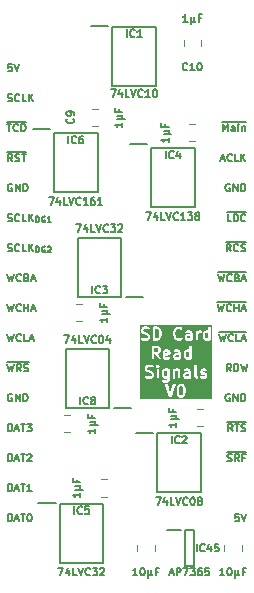
<source format=gto>
%TF.GenerationSoftware,KiCad,Pcbnew,8.0.7*%
%TF.CreationDate,2025-01-27T09:10:44+02:00*%
%TF.ProjectId,SD Card Read Signals,53442043-6172-4642-9052-656164205369,V1*%
%TF.SameCoordinates,Original*%
%TF.FileFunction,Legend,Top*%
%TF.FilePolarity,Positive*%
%FSLAX46Y46*%
G04 Gerber Fmt 4.6, Leading zero omitted, Abs format (unit mm)*
G04 Created by KiCad (PCBNEW 8.0.7) date 2025-01-27 09:10:44*
%MOMM*%
%LPD*%
G01*
G04 APERTURE LIST*
%ADD10C,0.150000*%
%ADD11C,0.200000*%
%ADD12C,0.120000*%
G04 APERTURE END LIST*
D10*
X1302160Y-4730963D02*
X1665017Y-4730963D01*
X1483588Y-5365963D02*
X1483588Y-4730963D01*
X2239541Y-5305486D02*
X2209303Y-5335725D01*
X2209303Y-5335725D02*
X2118589Y-5365963D01*
X2118589Y-5365963D02*
X2058113Y-5365963D01*
X2058113Y-5365963D02*
X1967398Y-5335725D01*
X1967398Y-5335725D02*
X1906922Y-5275248D01*
X1906922Y-5275248D02*
X1876684Y-5214772D01*
X1876684Y-5214772D02*
X1846446Y-5093820D01*
X1846446Y-5093820D02*
X1846446Y-5003105D01*
X1846446Y-5003105D02*
X1876684Y-4882153D01*
X1876684Y-4882153D02*
X1906922Y-4821677D01*
X1906922Y-4821677D02*
X1967398Y-4761201D01*
X1967398Y-4761201D02*
X2058113Y-4730963D01*
X2058113Y-4730963D02*
X2118589Y-4730963D01*
X2118589Y-4730963D02*
X2209303Y-4761201D01*
X2209303Y-4761201D02*
X2239541Y-4791439D01*
X2511684Y-5365963D02*
X2511684Y-4730963D01*
X2511684Y-4730963D02*
X2662874Y-4730963D01*
X2662874Y-4730963D02*
X2753589Y-4761201D01*
X2753589Y-4761201D02*
X2814065Y-4821677D01*
X2814065Y-4821677D02*
X2844303Y-4882153D01*
X2844303Y-4882153D02*
X2874541Y-5003105D01*
X2874541Y-5003105D02*
X2874541Y-5093820D01*
X2874541Y-5093820D02*
X2844303Y-5214772D01*
X2844303Y-5214772D02*
X2814065Y-5275248D01*
X2814065Y-5275248D02*
X2753589Y-5335725D01*
X2753589Y-5335725D02*
X2662874Y-5365963D01*
X2662874Y-5365963D02*
X2511684Y-5365963D01*
X1305184Y-4554675D02*
X2931994Y-4554675D01*
X1332398Y-22510963D02*
X1483588Y-23145963D01*
X1483588Y-23145963D02*
X1604541Y-22692391D01*
X1604541Y-22692391D02*
X1725493Y-23145963D01*
X1725493Y-23145963D02*
X1876684Y-22510963D01*
X2481445Y-23085486D02*
X2451207Y-23115725D01*
X2451207Y-23115725D02*
X2360493Y-23145963D01*
X2360493Y-23145963D02*
X2300017Y-23145963D01*
X2300017Y-23145963D02*
X2209302Y-23115725D01*
X2209302Y-23115725D02*
X2148826Y-23055248D01*
X2148826Y-23055248D02*
X2118588Y-22994772D01*
X2118588Y-22994772D02*
X2088350Y-22873820D01*
X2088350Y-22873820D02*
X2088350Y-22783105D01*
X2088350Y-22783105D02*
X2118588Y-22662153D01*
X2118588Y-22662153D02*
X2148826Y-22601677D01*
X2148826Y-22601677D02*
X2209302Y-22541201D01*
X2209302Y-22541201D02*
X2300017Y-22510963D01*
X2300017Y-22510963D02*
X2360493Y-22510963D01*
X2360493Y-22510963D02*
X2451207Y-22541201D01*
X2451207Y-22541201D02*
X2481445Y-22571439D01*
X3055969Y-23145963D02*
X2753588Y-23145963D01*
X2753588Y-23145963D02*
X2753588Y-22510963D01*
X3237398Y-22964534D02*
X3539779Y-22964534D01*
X3176922Y-23145963D02*
X3388588Y-22510963D01*
X3388588Y-22510963D02*
X3600255Y-23145963D01*
X20408791Y-30765963D02*
X20197124Y-30463582D01*
X20045934Y-30765963D02*
X20045934Y-30130963D01*
X20045934Y-30130963D02*
X20287839Y-30130963D01*
X20287839Y-30130963D02*
X20348315Y-30161201D01*
X20348315Y-30161201D02*
X20378553Y-30191439D01*
X20378553Y-30191439D02*
X20408791Y-30251915D01*
X20408791Y-30251915D02*
X20408791Y-30342629D01*
X20408791Y-30342629D02*
X20378553Y-30403105D01*
X20378553Y-30403105D02*
X20348315Y-30433344D01*
X20348315Y-30433344D02*
X20287839Y-30463582D01*
X20287839Y-30463582D02*
X20045934Y-30463582D01*
X20590220Y-30130963D02*
X20953077Y-30130963D01*
X20771648Y-30765963D02*
X20771648Y-30130963D01*
X21134506Y-30735725D02*
X21225220Y-30765963D01*
X21225220Y-30765963D02*
X21376411Y-30765963D01*
X21376411Y-30765963D02*
X21436887Y-30735725D01*
X21436887Y-30735725D02*
X21467125Y-30705486D01*
X21467125Y-30705486D02*
X21497363Y-30645010D01*
X21497363Y-30645010D02*
X21497363Y-30584534D01*
X21497363Y-30584534D02*
X21467125Y-30524058D01*
X21467125Y-30524058D02*
X21436887Y-30493820D01*
X21436887Y-30493820D02*
X21376411Y-30463582D01*
X21376411Y-30463582D02*
X21255458Y-30433344D01*
X21255458Y-30433344D02*
X21194982Y-30403105D01*
X21194982Y-30403105D02*
X21164744Y-30372867D01*
X21164744Y-30372867D02*
X21134506Y-30312391D01*
X21134506Y-30312391D02*
X21134506Y-30251915D01*
X21134506Y-30251915D02*
X21164744Y-30191439D01*
X21164744Y-30191439D02*
X21194982Y-30161201D01*
X21194982Y-30161201D02*
X21255458Y-30130963D01*
X21255458Y-30130963D02*
X21406649Y-30130963D01*
X21406649Y-30130963D02*
X21497363Y-30161201D01*
X19958244Y-29954675D02*
X21554816Y-29954675D01*
X19289982Y-22510963D02*
X19441172Y-23145963D01*
X19441172Y-23145963D02*
X19562125Y-22692391D01*
X19562125Y-22692391D02*
X19683077Y-23145963D01*
X19683077Y-23145963D02*
X19834268Y-22510963D01*
X20439029Y-23085486D02*
X20408791Y-23115725D01*
X20408791Y-23115725D02*
X20318077Y-23145963D01*
X20318077Y-23145963D02*
X20257601Y-23145963D01*
X20257601Y-23145963D02*
X20166886Y-23115725D01*
X20166886Y-23115725D02*
X20106410Y-23055248D01*
X20106410Y-23055248D02*
X20076172Y-22994772D01*
X20076172Y-22994772D02*
X20045934Y-22873820D01*
X20045934Y-22873820D02*
X20045934Y-22783105D01*
X20045934Y-22783105D02*
X20076172Y-22662153D01*
X20076172Y-22662153D02*
X20106410Y-22601677D01*
X20106410Y-22601677D02*
X20166886Y-22541201D01*
X20166886Y-22541201D02*
X20257601Y-22510963D01*
X20257601Y-22510963D02*
X20318077Y-22510963D01*
X20318077Y-22510963D02*
X20408791Y-22541201D01*
X20408791Y-22541201D02*
X20439029Y-22571439D01*
X21013553Y-23145963D02*
X20711172Y-23145963D01*
X20711172Y-23145963D02*
X20711172Y-22510963D01*
X21194982Y-22964534D02*
X21497363Y-22964534D01*
X21134506Y-23145963D02*
X21346172Y-22510963D01*
X21346172Y-22510963D02*
X21557839Y-23145963D01*
X19262768Y-22334675D02*
X21554816Y-22334675D01*
X19592363Y-5365963D02*
X19592363Y-4730963D01*
X19592363Y-4730963D02*
X19804030Y-5184534D01*
X19804030Y-5184534D02*
X20015696Y-4730963D01*
X20015696Y-4730963D02*
X20015696Y-5365963D01*
X20590220Y-5365963D02*
X20590220Y-5033344D01*
X20590220Y-5033344D02*
X20559982Y-4972867D01*
X20559982Y-4972867D02*
X20499506Y-4942629D01*
X20499506Y-4942629D02*
X20378553Y-4942629D01*
X20378553Y-4942629D02*
X20318077Y-4972867D01*
X20590220Y-5335725D02*
X20529744Y-5365963D01*
X20529744Y-5365963D02*
X20378553Y-5365963D01*
X20378553Y-5365963D02*
X20318077Y-5335725D01*
X20318077Y-5335725D02*
X20287839Y-5275248D01*
X20287839Y-5275248D02*
X20287839Y-5214772D01*
X20287839Y-5214772D02*
X20318077Y-5154296D01*
X20318077Y-5154296D02*
X20378553Y-5124058D01*
X20378553Y-5124058D02*
X20529744Y-5124058D01*
X20529744Y-5124058D02*
X20590220Y-5093820D01*
X20892601Y-5365963D02*
X20892601Y-4942629D01*
X20892601Y-4730963D02*
X20862363Y-4761201D01*
X20862363Y-4761201D02*
X20892601Y-4791439D01*
X20892601Y-4791439D02*
X20922839Y-4761201D01*
X20922839Y-4761201D02*
X20892601Y-4730963D01*
X20892601Y-4730963D02*
X20892601Y-4791439D01*
X21194982Y-4942629D02*
X21194982Y-5365963D01*
X21194982Y-5003105D02*
X21225220Y-4972867D01*
X21225220Y-4972867D02*
X21285696Y-4942629D01*
X21285696Y-4942629D02*
X21376411Y-4942629D01*
X21376411Y-4942629D02*
X21436887Y-4972867D01*
X21436887Y-4972867D02*
X21467125Y-5033344D01*
X21467125Y-5033344D02*
X21467125Y-5365963D01*
X19504673Y-4554675D02*
X21554816Y-4554675D01*
D11*
G36*
X16133192Y-26937024D02*
G01*
X16157861Y-26961692D01*
X16193314Y-27032599D01*
X16235285Y-27200480D01*
X16235285Y-27413956D01*
X16193314Y-27581837D01*
X16157861Y-27652743D01*
X16133192Y-27677413D01*
X16073583Y-27707219D01*
X16025559Y-27707219D01*
X15965949Y-27677414D01*
X15941282Y-27652746D01*
X15905827Y-27581837D01*
X15863857Y-27413956D01*
X15863857Y-27200481D01*
X15905827Y-27032599D01*
X15941281Y-26961692D01*
X15965949Y-26937023D01*
X16025559Y-26907219D01*
X16073583Y-26907219D01*
X16133192Y-26937024D01*
G37*
G36*
X14878142Y-25640030D02*
G01*
X14878142Y-26087852D01*
X14859297Y-26097275D01*
X14716035Y-26097275D01*
X14656425Y-26067470D01*
X14631758Y-26042802D01*
X14601952Y-25983190D01*
X14601952Y-25744691D01*
X14631757Y-25685081D01*
X14656425Y-25660412D01*
X14716035Y-25630608D01*
X14859297Y-25630608D01*
X14878142Y-25640030D01*
G37*
G36*
X16687666Y-26087852D02*
G01*
X16668821Y-26097275D01*
X16477940Y-26097275D01*
X16433630Y-26075120D01*
X16411476Y-26030810D01*
X16411476Y-25982786D01*
X16433631Y-25938476D01*
X16477940Y-25916322D01*
X16687666Y-25916322D01*
X16687666Y-26087852D01*
G37*
G36*
X14951225Y-24042819D02*
G01*
X14968675Y-24077719D01*
X14697190Y-24132016D01*
X14697190Y-24087128D01*
X14719345Y-24042818D01*
X14763654Y-24020664D01*
X14906916Y-24020664D01*
X14951225Y-24042819D01*
G37*
G36*
X15830523Y-24477908D02*
G01*
X15811678Y-24487331D01*
X15620797Y-24487331D01*
X15576487Y-24465176D01*
X15554333Y-24420866D01*
X15554333Y-24372842D01*
X15576488Y-24328532D01*
X15620797Y-24306378D01*
X15830523Y-24306378D01*
X15830523Y-24477908D01*
G37*
G36*
X16735285Y-24030086D02*
G01*
X16735285Y-24477908D01*
X16716440Y-24487331D01*
X16573178Y-24487331D01*
X16513568Y-24457526D01*
X16488901Y-24432858D01*
X16459095Y-24373246D01*
X16459095Y-24134747D01*
X16488900Y-24075137D01*
X16513568Y-24050468D01*
X16573178Y-24020664D01*
X16716440Y-24020664D01*
X16735285Y-24030086D01*
G37*
G36*
X14061763Y-23717136D02*
G01*
X14086432Y-23741804D01*
X14116237Y-23801414D01*
X14116237Y-23897057D01*
X14086432Y-23956666D01*
X14061763Y-23981334D01*
X14002154Y-24011140D01*
X13744809Y-24011140D01*
X13744809Y-23687331D01*
X14002154Y-23687331D01*
X14061763Y-23717136D01*
G37*
G36*
X14066979Y-22112408D02*
G01*
X14134052Y-22179481D01*
X14169504Y-22250386D01*
X14211475Y-22418267D01*
X14211475Y-22536505D01*
X14169504Y-22704386D01*
X14134051Y-22775292D01*
X14066980Y-22842365D01*
X13961915Y-22877387D01*
X13840047Y-22877387D01*
X13840047Y-22077387D01*
X13961915Y-22077387D01*
X14066979Y-22112408D01*
G37*
G36*
X16830523Y-22867964D02*
G01*
X16811678Y-22877387D01*
X16620797Y-22877387D01*
X16576487Y-22855232D01*
X16554333Y-22810922D01*
X16554333Y-22762898D01*
X16576488Y-22718588D01*
X16620797Y-22696434D01*
X16830523Y-22696434D01*
X16830523Y-22867964D01*
G37*
G36*
X18354333Y-22420142D02*
G01*
X18354333Y-22867964D01*
X18335488Y-22877387D01*
X18192226Y-22877387D01*
X18132616Y-22847582D01*
X18107949Y-22822914D01*
X18078143Y-22763302D01*
X18078143Y-22524803D01*
X18107948Y-22465193D01*
X18132616Y-22440524D01*
X18192226Y-22410720D01*
X18335488Y-22410720D01*
X18354333Y-22420142D01*
G37*
G36*
X18665444Y-28018330D02*
G01*
X12528936Y-28018330D01*
X12528936Y-26819726D01*
X14712261Y-26819726D01*
X14716608Y-26838842D01*
X15049941Y-27838841D01*
X15057932Y-27856742D01*
X15062615Y-27862141D01*
X15065810Y-27868531D01*
X15075281Y-27876746D01*
X15083497Y-27886218D01*
X15089885Y-27889412D01*
X15095286Y-27894096D01*
X15107187Y-27898063D01*
X15118396Y-27903667D01*
X15125520Y-27904173D01*
X15132302Y-27906434D01*
X15144811Y-27905544D01*
X15157316Y-27906434D01*
X15164094Y-27904174D01*
X15171222Y-27903668D01*
X15182438Y-27898059D01*
X15194332Y-27894095D01*
X15199729Y-27889414D01*
X15206121Y-27886218D01*
X15214339Y-27876742D01*
X15223808Y-27868530D01*
X15227001Y-27862143D01*
X15231686Y-27856742D01*
X15239677Y-27838842D01*
X15456567Y-27188171D01*
X15663857Y-27188171D01*
X15663857Y-27426266D01*
X15664192Y-27429668D01*
X15663975Y-27431127D01*
X15665054Y-27438424D01*
X15665778Y-27445775D01*
X15666342Y-27447138D01*
X15666843Y-27450520D01*
X15714462Y-27640995D01*
X15714975Y-27642432D01*
X15715027Y-27643155D01*
X15718135Y-27651279D01*
X15721057Y-27659456D01*
X15721487Y-27660036D01*
X15722033Y-27661463D01*
X15769652Y-27756701D01*
X15774935Y-27765093D01*
X15775947Y-27767537D01*
X15778203Y-27770286D01*
X15780095Y-27773291D01*
X15782089Y-27775020D01*
X15788384Y-27782690D01*
X15836002Y-27830310D01*
X15843670Y-27836603D01*
X15845402Y-27838600D01*
X15848410Y-27840493D01*
X15851156Y-27842747D01*
X15853596Y-27843757D01*
X15861993Y-27849043D01*
X15957230Y-27896662D01*
X15975539Y-27903668D01*
X15979122Y-27903922D01*
X15982443Y-27905298D01*
X16001952Y-27907219D01*
X16097190Y-27907219D01*
X16116699Y-27905298D01*
X16120019Y-27903922D01*
X16123603Y-27903668D01*
X16141911Y-27896662D01*
X16237149Y-27849043D01*
X16245544Y-27843758D01*
X16247986Y-27842747D01*
X16250733Y-27840491D01*
X16253739Y-27838600D01*
X16255469Y-27836605D01*
X16263139Y-27830310D01*
X16310758Y-27782690D01*
X16317050Y-27775023D01*
X16319047Y-27773292D01*
X16320940Y-27770284D01*
X16323195Y-27767537D01*
X16324206Y-27765095D01*
X16329490Y-27756701D01*
X16377109Y-27661464D01*
X16377655Y-27660035D01*
X16378085Y-27659456D01*
X16381006Y-27651279D01*
X16384115Y-27643155D01*
X16384166Y-27642434D01*
X16384680Y-27640996D01*
X16432299Y-27450520D01*
X16432799Y-27447138D01*
X16433364Y-27445775D01*
X16434087Y-27438424D01*
X16435167Y-27431127D01*
X16434949Y-27429668D01*
X16435285Y-27426266D01*
X16435285Y-27188171D01*
X16434949Y-27184768D01*
X16435167Y-27183310D01*
X16434087Y-27176012D01*
X16433364Y-27168662D01*
X16432799Y-27167298D01*
X16432299Y-27163917D01*
X16384680Y-26973441D01*
X16384166Y-26972002D01*
X16384115Y-26971282D01*
X16381006Y-26963157D01*
X16378085Y-26954981D01*
X16377655Y-26954401D01*
X16377109Y-26952973D01*
X16329490Y-26857736D01*
X16324204Y-26849339D01*
X16323194Y-26846899D01*
X16320940Y-26844153D01*
X16319047Y-26841145D01*
X16317049Y-26839412D01*
X16310757Y-26831746D01*
X16263139Y-26784127D01*
X16255468Y-26777832D01*
X16253739Y-26775838D01*
X16250731Y-26773944D01*
X16247985Y-26771691D01*
X16245545Y-26770680D01*
X16237149Y-26765395D01*
X16141911Y-26717776D01*
X16123603Y-26710770D01*
X16120019Y-26710515D01*
X16116699Y-26709140D01*
X16097190Y-26707219D01*
X16001952Y-26707219D01*
X15982443Y-26709140D01*
X15979122Y-26710515D01*
X15975539Y-26710770D01*
X15957230Y-26717776D01*
X15861993Y-26765395D01*
X15853596Y-26770680D01*
X15851156Y-26771691D01*
X15848410Y-26773944D01*
X15845402Y-26775838D01*
X15843669Y-26777835D01*
X15836003Y-26784128D01*
X15788384Y-26831746D01*
X15782089Y-26839416D01*
X15780095Y-26841146D01*
X15778201Y-26844153D01*
X15775948Y-26846900D01*
X15774937Y-26849339D01*
X15769652Y-26857736D01*
X15722033Y-26952974D01*
X15721487Y-26954400D01*
X15721057Y-26954981D01*
X15718135Y-26963157D01*
X15715027Y-26971282D01*
X15714975Y-26972004D01*
X15714462Y-26973442D01*
X15666843Y-27163917D01*
X15666342Y-27167298D01*
X15665778Y-27168662D01*
X15665054Y-27176012D01*
X15663975Y-27183310D01*
X15664192Y-27184768D01*
X15663857Y-27188171D01*
X15456567Y-27188171D01*
X15573010Y-26838842D01*
X15577357Y-26819727D01*
X15574591Y-26780807D01*
X15557141Y-26745908D01*
X15527665Y-26720343D01*
X15490649Y-26708004D01*
X15451729Y-26710771D01*
X15416830Y-26728220D01*
X15391265Y-26757696D01*
X15383274Y-26775597D01*
X15144809Y-27490991D01*
X14906344Y-26775596D01*
X14898353Y-26757696D01*
X14872788Y-26728220D01*
X14837889Y-26710770D01*
X14798969Y-26708004D01*
X14761953Y-26720342D01*
X14732477Y-26745907D01*
X14715027Y-26780806D01*
X14712261Y-26819726D01*
X12528936Y-26819726D01*
X12528936Y-25387751D01*
X12973381Y-25387751D01*
X12973381Y-25482989D01*
X12975302Y-25502498D01*
X12976677Y-25505818D01*
X12976932Y-25509402D01*
X12983938Y-25527710D01*
X13031557Y-25622948D01*
X13036842Y-25631344D01*
X13037853Y-25633784D01*
X13040106Y-25636530D01*
X13042000Y-25639538D01*
X13043994Y-25641267D01*
X13050289Y-25648938D01*
X13097908Y-25696556D01*
X13105574Y-25702848D01*
X13107307Y-25704846D01*
X13110315Y-25706739D01*
X13113061Y-25708993D01*
X13115501Y-25710003D01*
X13123898Y-25715289D01*
X13219135Y-25762908D01*
X13220563Y-25763454D01*
X13221143Y-25763884D01*
X13229319Y-25766805D01*
X13237444Y-25769914D01*
X13238164Y-25769965D01*
X13239603Y-25770479D01*
X13419428Y-25815435D01*
X13490335Y-25850889D01*
X13515004Y-25875557D01*
X13544809Y-25935167D01*
X13544809Y-25983191D01*
X13515004Y-26042799D01*
X13490335Y-26067469D01*
X13430726Y-26097275D01*
X13232464Y-26097275D01*
X13105004Y-26054788D01*
X13085888Y-26050441D01*
X13046968Y-26053207D01*
X13012069Y-26070657D01*
X12986504Y-26100133D01*
X12974166Y-26137149D01*
X12976932Y-26176069D01*
X12994382Y-26210968D01*
X13023858Y-26236533D01*
X13041758Y-26244524D01*
X13184615Y-26292143D01*
X13194287Y-26294342D01*
X13196729Y-26295354D01*
X13200266Y-26295702D01*
X13203730Y-26296490D01*
X13206364Y-26296302D01*
X13216238Y-26297275D01*
X13454333Y-26297275D01*
X13473842Y-26295354D01*
X13477162Y-26293978D01*
X13480746Y-26293724D01*
X13499054Y-26286718D01*
X13594292Y-26239099D01*
X13602687Y-26233814D01*
X13605129Y-26232803D01*
X13607876Y-26230547D01*
X13610882Y-26228656D01*
X13612612Y-26226661D01*
X13620282Y-26220366D01*
X13667901Y-26172746D01*
X13674193Y-26165079D01*
X13676190Y-26163348D01*
X13678083Y-26160340D01*
X13680338Y-26157593D01*
X13681349Y-26155151D01*
X13686633Y-26146757D01*
X13734252Y-26051520D01*
X13741258Y-26033211D01*
X13741512Y-26029627D01*
X13742888Y-26026307D01*
X13744809Y-26006798D01*
X13744809Y-25911560D01*
X13742888Y-25892051D01*
X13741512Y-25888730D01*
X13741258Y-25885147D01*
X13734252Y-25866838D01*
X13686633Y-25771601D01*
X13681347Y-25763204D01*
X13680337Y-25760764D01*
X13678083Y-25758018D01*
X13676190Y-25755010D01*
X13674192Y-25753277D01*
X13667900Y-25745611D01*
X13620282Y-25697992D01*
X13612611Y-25691697D01*
X13610882Y-25689703D01*
X13607874Y-25687809D01*
X13605128Y-25685556D01*
X13602688Y-25684545D01*
X13594292Y-25679260D01*
X13499054Y-25631641D01*
X13497627Y-25631095D01*
X13497047Y-25630665D01*
X13488870Y-25627743D01*
X13480746Y-25624635D01*
X13480023Y-25624583D01*
X13478586Y-25624070D01*
X13298761Y-25579113D01*
X13227854Y-25543660D01*
X13214803Y-25530608D01*
X13973381Y-25530608D01*
X13973381Y-26197275D01*
X13975302Y-26216784D01*
X13990234Y-26252832D01*
X14017824Y-26280422D01*
X14053872Y-26295354D01*
X14092890Y-26295354D01*
X14128938Y-26280422D01*
X14156528Y-26252832D01*
X14171460Y-26216784D01*
X14173381Y-26197275D01*
X14173381Y-25721084D01*
X14401952Y-25721084D01*
X14401952Y-26006798D01*
X14403873Y-26026307D01*
X14405248Y-26029627D01*
X14405503Y-26033211D01*
X14412509Y-26051519D01*
X14460128Y-26146757D01*
X14465411Y-26155149D01*
X14466423Y-26157593D01*
X14468679Y-26160342D01*
X14470571Y-26163347D01*
X14472565Y-26165076D01*
X14478860Y-26172746D01*
X14526478Y-26220366D01*
X14534146Y-26226659D01*
X14535878Y-26228656D01*
X14538886Y-26230549D01*
X14541632Y-26232803D01*
X14544072Y-26233813D01*
X14552469Y-26239099D01*
X14647706Y-26286718D01*
X14666015Y-26293724D01*
X14669598Y-26293978D01*
X14672919Y-26295354D01*
X14692428Y-26297275D01*
X14878142Y-26297275D01*
X14878142Y-26316525D01*
X14848337Y-26376134D01*
X14823668Y-26400802D01*
X14764059Y-26430608D01*
X14668416Y-26430608D01*
X14594292Y-26393546D01*
X14575984Y-26386540D01*
X14537064Y-26383774D01*
X14500048Y-26396113D01*
X14470571Y-26421677D01*
X14453122Y-26456576D01*
X14450356Y-26495496D01*
X14462695Y-26532512D01*
X14488259Y-26561989D01*
X14504850Y-26572432D01*
X14600087Y-26620051D01*
X14618396Y-26627057D01*
X14621979Y-26627311D01*
X14625300Y-26628687D01*
X14644809Y-26630608D01*
X14787666Y-26630608D01*
X14807175Y-26628687D01*
X14810495Y-26627311D01*
X14814079Y-26627057D01*
X14832387Y-26620051D01*
X14927625Y-26572432D01*
X14936021Y-26567146D01*
X14938461Y-26566136D01*
X14941207Y-26563882D01*
X14944215Y-26561989D01*
X14945944Y-26559994D01*
X14953615Y-26553700D01*
X15001233Y-26506081D01*
X15007525Y-26498414D01*
X15009523Y-26496682D01*
X15011416Y-26493673D01*
X15013670Y-26490928D01*
X15014680Y-26488487D01*
X15019966Y-26480091D01*
X15067585Y-26384854D01*
X15074591Y-26366545D01*
X15074845Y-26362961D01*
X15076221Y-26359641D01*
X15078142Y-26340132D01*
X15078142Y-25530608D01*
X15354333Y-25530608D01*
X15354333Y-26197275D01*
X15356254Y-26216784D01*
X15371186Y-26252832D01*
X15398776Y-26280422D01*
X15434824Y-26295354D01*
X15473842Y-26295354D01*
X15509890Y-26280422D01*
X15537480Y-26252832D01*
X15552412Y-26216784D01*
X15554333Y-26197275D01*
X15554333Y-25667267D01*
X15561187Y-25660412D01*
X15620797Y-25630608D01*
X15716440Y-25630608D01*
X15760749Y-25652763D01*
X15782904Y-25697072D01*
X15782904Y-26197275D01*
X15784825Y-26216784D01*
X15799757Y-26252832D01*
X15827347Y-26280422D01*
X15863395Y-26295354D01*
X15902413Y-26295354D01*
X15938461Y-26280422D01*
X15966051Y-26252832D01*
X15980983Y-26216784D01*
X15982904Y-26197275D01*
X15982904Y-25959179D01*
X16211476Y-25959179D01*
X16211476Y-26054417D01*
X16213397Y-26073926D01*
X16214772Y-26077246D01*
X16215027Y-26080829D01*
X16222033Y-26099138D01*
X16269652Y-26194377D01*
X16271705Y-26197640D01*
X16272219Y-26199179D01*
X16273881Y-26201095D01*
X16280095Y-26210967D01*
X16289566Y-26219181D01*
X16297783Y-26228656D01*
X16307653Y-26234868D01*
X16309571Y-26236532D01*
X16311111Y-26237045D01*
X16314374Y-26239099D01*
X16409611Y-26286718D01*
X16427920Y-26293724D01*
X16431503Y-26293978D01*
X16434824Y-26295354D01*
X16454333Y-26297275D01*
X16692428Y-26297275D01*
X16711937Y-26295354D01*
X16715257Y-26293978D01*
X16718841Y-26293724D01*
X16737149Y-26286718D01*
X16741752Y-26284416D01*
X16768157Y-26295354D01*
X16807175Y-26295354D01*
X16843223Y-26280422D01*
X16870813Y-26252832D01*
X16885745Y-26216784D01*
X16887666Y-26197275D01*
X16887666Y-25673465D01*
X16885745Y-25653956D01*
X16884369Y-25650635D01*
X16884115Y-25647052D01*
X16877109Y-25628743D01*
X16829490Y-25533506D01*
X16827435Y-25530242D01*
X16826923Y-25528704D01*
X16825261Y-25526788D01*
X16819047Y-25516915D01*
X16809571Y-25508697D01*
X16801358Y-25499227D01*
X16791486Y-25493013D01*
X16789570Y-25491351D01*
X16788031Y-25490837D01*
X16784768Y-25488784D01*
X16689530Y-25441165D01*
X16671222Y-25434159D01*
X16667638Y-25433904D01*
X16664318Y-25432529D01*
X16644809Y-25430608D01*
X16454333Y-25430608D01*
X16434824Y-25432529D01*
X16431503Y-25433904D01*
X16427920Y-25434159D01*
X16409611Y-25441165D01*
X16314374Y-25488784D01*
X16297783Y-25499227D01*
X16272219Y-25528704D01*
X16259880Y-25565720D01*
X16262646Y-25604640D01*
X16280095Y-25639539D01*
X16309572Y-25665103D01*
X16346588Y-25677442D01*
X16385508Y-25674676D01*
X16403816Y-25667670D01*
X16477940Y-25630608D01*
X16621202Y-25630608D01*
X16665511Y-25652763D01*
X16687666Y-25697072D01*
X16687666Y-25706899D01*
X16668821Y-25716322D01*
X16454333Y-25716322D01*
X16434824Y-25718243D01*
X16431503Y-25719618D01*
X16427920Y-25719873D01*
X16409611Y-25726879D01*
X16314374Y-25774498D01*
X16311110Y-25776552D01*
X16309572Y-25777065D01*
X16307656Y-25778726D01*
X16297783Y-25784941D01*
X16289565Y-25794416D01*
X16280095Y-25802630D01*
X16273881Y-25812501D01*
X16272219Y-25814418D01*
X16271705Y-25815956D01*
X16269652Y-25819220D01*
X16222033Y-25914458D01*
X16215027Y-25932766D01*
X16214772Y-25936349D01*
X16213397Y-25939670D01*
X16211476Y-25959179D01*
X15982904Y-25959179D01*
X15982904Y-25673465D01*
X15980983Y-25653956D01*
X15979607Y-25650635D01*
X15979353Y-25647052D01*
X15972347Y-25628743D01*
X15924728Y-25533506D01*
X15922673Y-25530242D01*
X15922161Y-25528704D01*
X15920499Y-25526788D01*
X15914285Y-25516915D01*
X15904809Y-25508697D01*
X15896596Y-25499227D01*
X15886724Y-25493013D01*
X15884808Y-25491351D01*
X15883269Y-25490837D01*
X15880006Y-25488784D01*
X15784768Y-25441165D01*
X15766460Y-25434159D01*
X15762876Y-25433904D01*
X15759556Y-25432529D01*
X15740047Y-25430608D01*
X15597190Y-25430608D01*
X15577681Y-25432529D01*
X15574360Y-25433904D01*
X15570777Y-25434159D01*
X15552468Y-25441165D01*
X15519885Y-25457456D01*
X15509890Y-25447461D01*
X15473842Y-25432529D01*
X15434824Y-25432529D01*
X15398776Y-25447461D01*
X15371186Y-25475051D01*
X15356254Y-25511099D01*
X15354333Y-25530608D01*
X15078142Y-25530608D01*
X15076221Y-25511099D01*
X15061289Y-25475051D01*
X15033699Y-25447461D01*
X14997651Y-25432529D01*
X14958633Y-25432529D01*
X14932228Y-25443466D01*
X14927625Y-25441165D01*
X14909317Y-25434159D01*
X14905733Y-25433904D01*
X14902413Y-25432529D01*
X14882904Y-25430608D01*
X14692428Y-25430608D01*
X14672919Y-25432529D01*
X14669598Y-25433904D01*
X14666015Y-25434159D01*
X14647706Y-25441165D01*
X14552469Y-25488784D01*
X14544072Y-25494069D01*
X14541632Y-25495080D01*
X14538886Y-25497333D01*
X14535878Y-25499227D01*
X14534145Y-25501224D01*
X14526479Y-25507517D01*
X14478860Y-25555135D01*
X14472565Y-25562805D01*
X14470571Y-25564535D01*
X14468677Y-25567542D01*
X14466424Y-25570289D01*
X14465413Y-25572728D01*
X14460128Y-25581125D01*
X14412509Y-25676363D01*
X14405503Y-25694671D01*
X14405248Y-25698254D01*
X14403873Y-25701575D01*
X14401952Y-25721084D01*
X14173381Y-25721084D01*
X14173381Y-25530608D01*
X14171460Y-25511099D01*
X14156528Y-25475051D01*
X14128938Y-25447461D01*
X14092890Y-25432529D01*
X14053872Y-25432529D01*
X14017824Y-25447461D01*
X13990234Y-25475051D01*
X13975302Y-25511099D01*
X13973381Y-25530608D01*
X13214803Y-25530608D01*
X13203186Y-25518991D01*
X13173381Y-25459381D01*
X13173381Y-25411358D01*
X13203186Y-25351748D01*
X13227854Y-25327079D01*
X13287464Y-25297275D01*
X13485725Y-25297275D01*
X13613186Y-25339762D01*
X13632301Y-25344109D01*
X13671221Y-25341343D01*
X13706120Y-25323893D01*
X13731685Y-25294417D01*
X13744024Y-25257401D01*
X13741748Y-25225385D01*
X13927683Y-25225385D01*
X13927683Y-25264403D01*
X13942615Y-25300451D01*
X13955051Y-25315605D01*
X14002670Y-25363223D01*
X14017823Y-25375660D01*
X14028381Y-25380033D01*
X14053872Y-25390592D01*
X14092890Y-25390592D01*
X14128938Y-25375660D01*
X14144092Y-25363224D01*
X14191710Y-25315605D01*
X14204147Y-25300452D01*
X14219078Y-25264403D01*
X14219078Y-25225385D01*
X14216218Y-25218481D01*
X14207435Y-25197275D01*
X17163857Y-25197275D01*
X17163857Y-26054417D01*
X17165778Y-26073926D01*
X17167153Y-26077246D01*
X17167408Y-26080829D01*
X17174414Y-26099138D01*
X17222033Y-26194377D01*
X17224086Y-26197640D01*
X17224600Y-26199179D01*
X17226262Y-26201095D01*
X17232476Y-26210967D01*
X17241947Y-26219181D01*
X17250164Y-26228656D01*
X17260034Y-26234868D01*
X17261952Y-26236532D01*
X17263492Y-26237045D01*
X17266755Y-26239099D01*
X17361992Y-26286718D01*
X17380301Y-26293724D01*
X17419221Y-26296490D01*
X17456237Y-26284151D01*
X17485714Y-26258586D01*
X17503163Y-26223688D01*
X17505928Y-26184768D01*
X17493590Y-26147752D01*
X17468025Y-26118275D01*
X17451435Y-26107832D01*
X17386011Y-26075120D01*
X17363857Y-26030810D01*
X17363857Y-25673465D01*
X17640048Y-25673465D01*
X17640048Y-25721084D01*
X17641969Y-25740593D01*
X17643344Y-25743913D01*
X17643599Y-25747497D01*
X17650605Y-25765805D01*
X17698224Y-25861043D01*
X17700277Y-25864306D01*
X17700791Y-25865845D01*
X17702453Y-25867761D01*
X17708667Y-25877633D01*
X17718137Y-25885846D01*
X17726355Y-25895322D01*
X17736228Y-25901536D01*
X17738144Y-25903198D01*
X17739682Y-25903710D01*
X17742946Y-25905765D01*
X17838183Y-25953384D01*
X17856492Y-25960390D01*
X17860075Y-25960644D01*
X17863396Y-25962020D01*
X17882905Y-25963941D01*
X18002155Y-25963941D01*
X18046464Y-25986096D01*
X18068619Y-26030405D01*
X18068619Y-26030810D01*
X18046464Y-26075119D01*
X18002155Y-26097275D01*
X17858893Y-26097275D01*
X17784769Y-26060213D01*
X17766461Y-26053207D01*
X17727541Y-26050441D01*
X17690525Y-26062780D01*
X17661048Y-26088344D01*
X17643599Y-26123243D01*
X17640833Y-26162163D01*
X17653172Y-26199179D01*
X17678736Y-26228656D01*
X17695327Y-26239099D01*
X17790564Y-26286718D01*
X17808873Y-26293724D01*
X17812456Y-26293978D01*
X17815777Y-26295354D01*
X17835286Y-26297275D01*
X18025762Y-26297275D01*
X18045271Y-26295354D01*
X18048591Y-26293978D01*
X18052175Y-26293724D01*
X18070483Y-26286718D01*
X18165721Y-26239099D01*
X18168983Y-26237045D01*
X18170523Y-26236532D01*
X18172439Y-26234869D01*
X18182311Y-26228656D01*
X18190526Y-26219182D01*
X18200000Y-26210967D01*
X18206213Y-26201095D01*
X18207876Y-26199179D01*
X18208388Y-26197640D01*
X18210443Y-26194377D01*
X18258062Y-26099138D01*
X18265068Y-26080830D01*
X18265322Y-26077246D01*
X18266698Y-26073926D01*
X18268619Y-26054417D01*
X18268619Y-26006798D01*
X18266698Y-25987289D01*
X18265322Y-25983968D01*
X18265068Y-25980385D01*
X18258062Y-25962076D01*
X18210443Y-25866839D01*
X18208388Y-25863575D01*
X18207876Y-25862037D01*
X18206214Y-25860121D01*
X18200000Y-25850248D01*
X18190524Y-25842030D01*
X18182311Y-25832560D01*
X18172439Y-25826346D01*
X18170523Y-25824684D01*
X18168984Y-25824170D01*
X18165721Y-25822117D01*
X18070483Y-25774498D01*
X18052175Y-25767492D01*
X18048591Y-25767237D01*
X18045271Y-25765862D01*
X18025762Y-25763941D01*
X17906512Y-25763941D01*
X17862203Y-25741786D01*
X17840048Y-25697476D01*
X17840048Y-25697072D01*
X17862203Y-25652762D01*
X17906512Y-25630608D01*
X18002155Y-25630608D01*
X18076278Y-25667670D01*
X18094587Y-25674676D01*
X18133507Y-25677442D01*
X18170523Y-25665103D01*
X18200000Y-25639538D01*
X18217449Y-25604640D01*
X18220214Y-25565720D01*
X18207876Y-25528704D01*
X18182311Y-25499227D01*
X18165721Y-25488784D01*
X18070483Y-25441165D01*
X18052175Y-25434159D01*
X18048591Y-25433904D01*
X18045271Y-25432529D01*
X18025762Y-25430608D01*
X17882905Y-25430608D01*
X17863396Y-25432529D01*
X17860075Y-25433904D01*
X17856492Y-25434159D01*
X17838183Y-25441165D01*
X17742946Y-25488784D01*
X17739682Y-25490838D01*
X17738144Y-25491351D01*
X17736228Y-25493012D01*
X17726355Y-25499227D01*
X17718137Y-25508702D01*
X17708667Y-25516916D01*
X17702453Y-25526787D01*
X17700791Y-25528704D01*
X17700277Y-25530242D01*
X17698224Y-25533506D01*
X17650605Y-25628744D01*
X17643599Y-25647052D01*
X17643344Y-25650635D01*
X17641969Y-25653956D01*
X17640048Y-25673465D01*
X17363857Y-25673465D01*
X17363857Y-25197275D01*
X17361936Y-25177766D01*
X17347004Y-25141718D01*
X17319414Y-25114128D01*
X17283366Y-25099196D01*
X17244348Y-25099196D01*
X17208300Y-25114128D01*
X17180710Y-25141718D01*
X17165778Y-25177766D01*
X17163857Y-25197275D01*
X14207435Y-25197275D01*
X14204147Y-25189336D01*
X14191710Y-25174183D01*
X14144092Y-25126564D01*
X14128938Y-25114128D01*
X14092890Y-25099196D01*
X14053872Y-25099196D01*
X14028381Y-25109754D01*
X14017823Y-25114128D01*
X14002670Y-25126565D01*
X13955051Y-25174183D01*
X13942616Y-25189336D01*
X13942615Y-25189337D01*
X13927683Y-25225385D01*
X13741748Y-25225385D01*
X13741257Y-25218481D01*
X13723808Y-25183582D01*
X13694332Y-25158017D01*
X13676431Y-25150026D01*
X13533575Y-25102407D01*
X13523903Y-25100207D01*
X13521461Y-25099196D01*
X13517922Y-25098847D01*
X13514459Y-25098060D01*
X13511825Y-25098247D01*
X13501952Y-25097275D01*
X13263857Y-25097275D01*
X13244348Y-25099196D01*
X13241027Y-25100571D01*
X13237444Y-25100826D01*
X13219135Y-25107832D01*
X13123898Y-25155451D01*
X13115501Y-25160736D01*
X13113061Y-25161747D01*
X13110315Y-25164000D01*
X13107307Y-25165894D01*
X13105574Y-25167891D01*
X13097908Y-25174184D01*
X13050289Y-25221802D01*
X13043994Y-25229472D01*
X13042000Y-25231202D01*
X13040106Y-25234209D01*
X13037853Y-25236956D01*
X13036842Y-25239395D01*
X13031557Y-25247792D01*
X12983938Y-25343030D01*
X12976932Y-25361338D01*
X12976677Y-25364921D01*
X12975302Y-25368242D01*
X12973381Y-25387751D01*
X12528936Y-25387751D01*
X12528936Y-23587331D01*
X13544809Y-23587331D01*
X13544809Y-24587331D01*
X13546730Y-24606840D01*
X13561662Y-24642888D01*
X13589252Y-24670478D01*
X13625300Y-24685410D01*
X13664318Y-24685410D01*
X13700366Y-24670478D01*
X13727956Y-24642888D01*
X13742888Y-24606840D01*
X13744809Y-24587331D01*
X13744809Y-24211140D01*
X13830839Y-24211140D01*
X14134314Y-24644677D01*
X14147075Y-24659558D01*
X14179980Y-24680527D01*
X14218405Y-24687308D01*
X14256499Y-24678868D01*
X14288464Y-24656493D01*
X14309433Y-24623588D01*
X14316214Y-24585164D01*
X14307774Y-24547069D01*
X14298160Y-24529985D01*
X14068192Y-24201459D01*
X14070482Y-24200583D01*
X14165720Y-24152964D01*
X14174116Y-24147678D01*
X14176556Y-24146668D01*
X14179302Y-24144414D01*
X14182310Y-24142521D01*
X14184039Y-24140526D01*
X14191710Y-24134232D01*
X14239328Y-24086613D01*
X14245620Y-24078946D01*
X14247618Y-24077214D01*
X14249511Y-24074205D01*
X14251765Y-24071460D01*
X14252775Y-24069019D01*
X14256236Y-24063521D01*
X14497190Y-24063521D01*
X14497190Y-24444473D01*
X14499111Y-24463982D01*
X14500486Y-24467302D01*
X14500741Y-24470885D01*
X14507747Y-24489194D01*
X14555366Y-24584433D01*
X14557419Y-24587696D01*
X14557933Y-24589235D01*
X14559595Y-24591151D01*
X14565809Y-24601023D01*
X14575280Y-24609237D01*
X14583497Y-24618712D01*
X14593367Y-24624924D01*
X14595285Y-24626588D01*
X14596825Y-24627101D01*
X14600088Y-24629155D01*
X14695325Y-24676774D01*
X14713634Y-24683780D01*
X14717217Y-24684034D01*
X14720538Y-24685410D01*
X14740047Y-24687331D01*
X14930523Y-24687331D01*
X14950032Y-24685410D01*
X14953352Y-24684034D01*
X14956936Y-24683780D01*
X14975244Y-24676774D01*
X15070482Y-24629155D01*
X15087072Y-24618712D01*
X15112637Y-24589235D01*
X15124975Y-24552219D01*
X15122210Y-24513299D01*
X15104761Y-24478401D01*
X15075284Y-24452836D01*
X15038268Y-24440497D01*
X14999348Y-24443263D01*
X14981039Y-24450269D01*
X14906916Y-24487331D01*
X14763654Y-24487331D01*
X14719344Y-24465176D01*
X14697190Y-24420866D01*
X14697190Y-24349235D01*
X15354333Y-24349235D01*
X15354333Y-24444473D01*
X15356254Y-24463982D01*
X15357629Y-24467302D01*
X15357884Y-24470885D01*
X15364890Y-24489194D01*
X15412509Y-24584433D01*
X15414562Y-24587696D01*
X15415076Y-24589235D01*
X15416738Y-24591151D01*
X15422952Y-24601023D01*
X15432423Y-24609237D01*
X15440640Y-24618712D01*
X15450510Y-24624924D01*
X15452428Y-24626588D01*
X15453968Y-24627101D01*
X15457231Y-24629155D01*
X15552468Y-24676774D01*
X15570777Y-24683780D01*
X15574360Y-24684034D01*
X15577681Y-24685410D01*
X15597190Y-24687331D01*
X15835285Y-24687331D01*
X15854794Y-24685410D01*
X15858114Y-24684034D01*
X15861698Y-24683780D01*
X15880006Y-24676774D01*
X15884609Y-24674472D01*
X15911014Y-24685410D01*
X15950032Y-24685410D01*
X15986080Y-24670478D01*
X16013670Y-24642888D01*
X16028602Y-24606840D01*
X16030523Y-24587331D01*
X16030523Y-24111140D01*
X16259095Y-24111140D01*
X16259095Y-24396854D01*
X16261016Y-24416363D01*
X16262391Y-24419683D01*
X16262646Y-24423267D01*
X16269652Y-24441575D01*
X16317271Y-24536813D01*
X16322554Y-24545205D01*
X16323566Y-24547649D01*
X16325822Y-24550398D01*
X16327714Y-24553403D01*
X16329708Y-24555132D01*
X16336003Y-24562802D01*
X16383621Y-24610422D01*
X16391289Y-24616715D01*
X16393021Y-24618712D01*
X16396029Y-24620605D01*
X16398775Y-24622859D01*
X16401215Y-24623869D01*
X16409612Y-24629155D01*
X16504849Y-24676774D01*
X16523158Y-24683780D01*
X16526741Y-24684034D01*
X16530062Y-24685410D01*
X16549571Y-24687331D01*
X16740047Y-24687331D01*
X16759556Y-24685410D01*
X16762876Y-24684034D01*
X16766460Y-24683780D01*
X16784768Y-24676774D01*
X16789371Y-24674472D01*
X16815776Y-24685410D01*
X16854794Y-24685410D01*
X16890842Y-24670478D01*
X16918432Y-24642888D01*
X16933364Y-24606840D01*
X16935285Y-24587331D01*
X16935285Y-23587331D01*
X16933364Y-23567822D01*
X16918432Y-23531774D01*
X16890842Y-23504184D01*
X16854794Y-23489252D01*
X16815776Y-23489252D01*
X16779728Y-23504184D01*
X16752138Y-23531774D01*
X16737206Y-23567822D01*
X16735285Y-23587331D01*
X16735285Y-23820664D01*
X16549571Y-23820664D01*
X16530062Y-23822585D01*
X16526741Y-23823960D01*
X16523158Y-23824215D01*
X16504849Y-23831221D01*
X16409612Y-23878840D01*
X16401215Y-23884125D01*
X16398775Y-23885136D01*
X16396029Y-23887389D01*
X16393021Y-23889283D01*
X16391288Y-23891280D01*
X16383622Y-23897573D01*
X16336003Y-23945191D01*
X16329708Y-23952861D01*
X16327714Y-23954591D01*
X16325820Y-23957598D01*
X16323567Y-23960345D01*
X16322556Y-23962784D01*
X16317271Y-23971181D01*
X16269652Y-24066419D01*
X16262646Y-24084727D01*
X16262391Y-24088310D01*
X16261016Y-24091631D01*
X16259095Y-24111140D01*
X16030523Y-24111140D01*
X16030523Y-24063521D01*
X16028602Y-24044012D01*
X16027226Y-24040691D01*
X16026972Y-24037108D01*
X16019966Y-24018799D01*
X15972347Y-23923562D01*
X15970292Y-23920298D01*
X15969780Y-23918760D01*
X15968118Y-23916844D01*
X15961904Y-23906971D01*
X15952428Y-23898753D01*
X15944215Y-23889283D01*
X15934343Y-23883069D01*
X15932427Y-23881407D01*
X15930888Y-23880893D01*
X15927625Y-23878840D01*
X15832387Y-23831221D01*
X15814079Y-23824215D01*
X15810495Y-23823960D01*
X15807175Y-23822585D01*
X15787666Y-23820664D01*
X15597190Y-23820664D01*
X15577681Y-23822585D01*
X15574360Y-23823960D01*
X15570777Y-23824215D01*
X15552468Y-23831221D01*
X15457231Y-23878840D01*
X15440640Y-23889283D01*
X15415076Y-23918760D01*
X15402737Y-23955776D01*
X15405503Y-23994696D01*
X15422952Y-24029595D01*
X15452429Y-24055159D01*
X15489445Y-24067498D01*
X15528365Y-24064732D01*
X15546673Y-24057726D01*
X15620797Y-24020664D01*
X15764059Y-24020664D01*
X15808368Y-24042819D01*
X15830523Y-24087128D01*
X15830523Y-24096955D01*
X15811678Y-24106378D01*
X15597190Y-24106378D01*
X15577681Y-24108299D01*
X15574360Y-24109674D01*
X15570777Y-24109929D01*
X15552468Y-24116935D01*
X15457231Y-24164554D01*
X15453967Y-24166608D01*
X15452429Y-24167121D01*
X15450513Y-24168782D01*
X15440640Y-24174997D01*
X15432422Y-24184472D01*
X15422952Y-24192686D01*
X15416738Y-24202557D01*
X15415076Y-24204474D01*
X15414562Y-24206012D01*
X15412509Y-24209276D01*
X15364890Y-24304514D01*
X15357884Y-24322822D01*
X15357629Y-24326405D01*
X15356254Y-24329726D01*
X15354333Y-24349235D01*
X14697190Y-24349235D01*
X14697190Y-24335977D01*
X15092886Y-24256838D01*
X15092889Y-24256838D01*
X15092891Y-24256836D01*
X15092991Y-24256817D01*
X15111745Y-24251107D01*
X15119885Y-24245655D01*
X15128937Y-24241906D01*
X15135938Y-24234904D01*
X15144164Y-24229396D01*
X15149598Y-24221244D01*
X15156527Y-24214316D01*
X15160316Y-24205168D01*
X15165808Y-24196931D01*
X15167709Y-24187320D01*
X15171459Y-24178268D01*
X15173380Y-24158759D01*
X15173380Y-24063521D01*
X15171459Y-24044012D01*
X15170083Y-24040691D01*
X15169829Y-24037108D01*
X15162823Y-24018799D01*
X15115204Y-23923562D01*
X15113149Y-23920298D01*
X15112637Y-23918760D01*
X15110975Y-23916844D01*
X15104761Y-23906971D01*
X15095285Y-23898753D01*
X15087072Y-23889283D01*
X15077200Y-23883069D01*
X15075284Y-23881407D01*
X15073745Y-23880893D01*
X15070482Y-23878840D01*
X14975244Y-23831221D01*
X14956936Y-23824215D01*
X14953352Y-23823960D01*
X14950032Y-23822585D01*
X14930523Y-23820664D01*
X14740047Y-23820664D01*
X14720538Y-23822585D01*
X14717217Y-23823960D01*
X14713634Y-23824215D01*
X14695325Y-23831221D01*
X14600088Y-23878840D01*
X14596824Y-23880894D01*
X14595286Y-23881407D01*
X14593370Y-23883068D01*
X14583497Y-23889283D01*
X14575279Y-23898758D01*
X14565809Y-23906972D01*
X14559595Y-23916843D01*
X14557933Y-23918760D01*
X14557419Y-23920298D01*
X14555366Y-23923562D01*
X14507747Y-24018800D01*
X14500741Y-24037108D01*
X14500486Y-24040691D01*
X14499111Y-24044012D01*
X14497190Y-24063521D01*
X14256236Y-24063521D01*
X14258061Y-24060623D01*
X14305680Y-23965386D01*
X14312686Y-23947077D01*
X14312940Y-23943493D01*
X14314316Y-23940173D01*
X14316237Y-23920664D01*
X14316237Y-23777807D01*
X14314316Y-23758298D01*
X14312940Y-23754977D01*
X14312686Y-23751394D01*
X14305680Y-23733085D01*
X14258061Y-23637848D01*
X14252775Y-23629451D01*
X14251765Y-23627011D01*
X14249511Y-23624265D01*
X14247618Y-23621257D01*
X14245620Y-23619524D01*
X14239328Y-23611858D01*
X14191710Y-23564239D01*
X14184039Y-23557944D01*
X14182310Y-23555950D01*
X14179302Y-23554056D01*
X14176556Y-23551803D01*
X14174116Y-23550792D01*
X14165720Y-23545507D01*
X14070482Y-23497888D01*
X14052174Y-23490882D01*
X14048590Y-23490627D01*
X14045270Y-23489252D01*
X14025761Y-23487331D01*
X13644809Y-23487331D01*
X13625300Y-23489252D01*
X13589252Y-23504184D01*
X13561662Y-23531774D01*
X13546730Y-23567822D01*
X13544809Y-23587331D01*
X12528936Y-23587331D01*
X12528936Y-22167863D01*
X12640047Y-22167863D01*
X12640047Y-22263101D01*
X12641968Y-22282610D01*
X12643343Y-22285930D01*
X12643598Y-22289514D01*
X12650604Y-22307822D01*
X12698223Y-22403060D01*
X12703508Y-22411456D01*
X12704519Y-22413896D01*
X12706772Y-22416642D01*
X12708666Y-22419650D01*
X12710660Y-22421379D01*
X12716955Y-22429050D01*
X12764574Y-22476668D01*
X12772240Y-22482960D01*
X12773973Y-22484958D01*
X12776981Y-22486851D01*
X12779727Y-22489105D01*
X12782167Y-22490115D01*
X12790564Y-22495401D01*
X12885801Y-22543020D01*
X12887229Y-22543566D01*
X12887809Y-22543996D01*
X12895985Y-22546917D01*
X12904110Y-22550026D01*
X12904830Y-22550077D01*
X12906269Y-22550591D01*
X13086094Y-22595547D01*
X13157001Y-22631001D01*
X13181670Y-22655669D01*
X13211475Y-22715279D01*
X13211475Y-22763303D01*
X13181670Y-22822911D01*
X13157001Y-22847581D01*
X13097392Y-22877387D01*
X12899130Y-22877387D01*
X12771670Y-22834900D01*
X12752554Y-22830553D01*
X12713634Y-22833319D01*
X12678735Y-22850769D01*
X12653170Y-22880245D01*
X12640832Y-22917261D01*
X12643598Y-22956181D01*
X12661048Y-22991080D01*
X12690524Y-23016645D01*
X12708424Y-23024636D01*
X12851281Y-23072255D01*
X12860953Y-23074454D01*
X12863395Y-23075466D01*
X12866932Y-23075814D01*
X12870396Y-23076602D01*
X12873030Y-23076414D01*
X12882904Y-23077387D01*
X13120999Y-23077387D01*
X13140508Y-23075466D01*
X13143828Y-23074090D01*
X13147412Y-23073836D01*
X13165720Y-23066830D01*
X13260958Y-23019211D01*
X13269353Y-23013926D01*
X13271795Y-23012915D01*
X13274542Y-23010659D01*
X13277548Y-23008768D01*
X13279278Y-23006773D01*
X13286948Y-23000478D01*
X13334567Y-22952858D01*
X13340859Y-22945191D01*
X13342856Y-22943460D01*
X13344749Y-22940452D01*
X13347004Y-22937705D01*
X13348015Y-22935263D01*
X13353299Y-22926869D01*
X13400918Y-22831632D01*
X13407924Y-22813323D01*
X13408178Y-22809739D01*
X13409554Y-22806419D01*
X13411475Y-22786910D01*
X13411475Y-22691672D01*
X13409554Y-22672163D01*
X13408178Y-22668842D01*
X13407924Y-22665259D01*
X13400918Y-22646950D01*
X13353299Y-22551713D01*
X13348013Y-22543316D01*
X13347003Y-22540876D01*
X13344749Y-22538130D01*
X13342856Y-22535122D01*
X13340858Y-22533389D01*
X13334566Y-22525723D01*
X13286948Y-22478104D01*
X13279277Y-22471809D01*
X13277548Y-22469815D01*
X13274540Y-22467921D01*
X13271794Y-22465668D01*
X13269354Y-22464657D01*
X13260958Y-22459372D01*
X13165720Y-22411753D01*
X13164293Y-22411207D01*
X13163713Y-22410777D01*
X13155536Y-22407855D01*
X13147412Y-22404747D01*
X13146689Y-22404695D01*
X13145252Y-22404182D01*
X12965427Y-22359225D01*
X12894520Y-22323772D01*
X12869852Y-22299103D01*
X12840047Y-22239493D01*
X12840047Y-22191470D01*
X12869852Y-22131860D01*
X12894520Y-22107191D01*
X12954130Y-22077387D01*
X13152391Y-22077387D01*
X13279852Y-22119874D01*
X13298967Y-22124221D01*
X13337887Y-22121455D01*
X13372786Y-22104005D01*
X13398351Y-22074529D01*
X13410690Y-22037513D01*
X13407923Y-21998593D01*
X13397320Y-21977387D01*
X13640047Y-21977387D01*
X13640047Y-22977387D01*
X13641968Y-22996896D01*
X13656900Y-23032944D01*
X13684490Y-23060534D01*
X13720538Y-23075466D01*
X13740047Y-23077387D01*
X13978142Y-23077387D01*
X13988015Y-23076414D01*
X13990649Y-23076602D01*
X13994112Y-23075814D01*
X13997651Y-23075466D01*
X14000093Y-23074454D01*
X14009765Y-23072255D01*
X14152621Y-23024636D01*
X14170522Y-23016645D01*
X14173237Y-23014290D01*
X14176557Y-23012915D01*
X14191710Y-23000478D01*
X14286948Y-22905239D01*
X14293240Y-22897572D01*
X14295237Y-22895841D01*
X14297130Y-22892833D01*
X14299385Y-22890086D01*
X14300396Y-22887644D01*
X14305680Y-22879250D01*
X14353299Y-22784013D01*
X14353845Y-22782584D01*
X14354275Y-22782005D01*
X14357196Y-22773828D01*
X14360305Y-22765704D01*
X14360356Y-22764983D01*
X14360870Y-22763545D01*
X14408489Y-22573069D01*
X14408989Y-22569687D01*
X14409554Y-22568324D01*
X14410277Y-22560973D01*
X14411357Y-22553676D01*
X14411139Y-22552217D01*
X14411475Y-22548815D01*
X14411475Y-22405958D01*
X15354333Y-22405958D01*
X15354333Y-22548815D01*
X15354668Y-22552217D01*
X15354451Y-22553676D01*
X15355530Y-22560973D01*
X15356254Y-22568324D01*
X15356818Y-22569687D01*
X15357319Y-22573069D01*
X15404938Y-22763544D01*
X15405451Y-22764981D01*
X15405503Y-22765704D01*
X15408611Y-22773828D01*
X15411533Y-22782005D01*
X15411963Y-22782585D01*
X15412509Y-22784012D01*
X15460128Y-22879250D01*
X15465410Y-22887642D01*
X15466423Y-22890086D01*
X15468679Y-22892835D01*
X15470571Y-22895840D01*
X15472565Y-22897569D01*
X15478860Y-22905239D01*
X15574098Y-23000479D01*
X15589251Y-23012915D01*
X15592570Y-23014290D01*
X15595286Y-23016645D01*
X15613186Y-23024636D01*
X15756043Y-23072255D01*
X15765715Y-23074454D01*
X15768157Y-23075466D01*
X15771694Y-23075814D01*
X15775158Y-23076602D01*
X15777792Y-23076414D01*
X15787666Y-23077387D01*
X15882904Y-23077387D01*
X15892777Y-23076414D01*
X15895411Y-23076602D01*
X15898874Y-23075814D01*
X15902413Y-23075466D01*
X15904855Y-23074454D01*
X15914527Y-23072255D01*
X16057383Y-23024636D01*
X16075284Y-23016645D01*
X16077999Y-23014290D01*
X16081319Y-23012915D01*
X16096472Y-23000478D01*
X16144091Y-22952858D01*
X16156528Y-22937705D01*
X16171459Y-22901656D01*
X16171458Y-22862638D01*
X16156527Y-22826590D01*
X16128936Y-22799000D01*
X16092888Y-22784069D01*
X16053870Y-22784070D01*
X16017822Y-22799001D01*
X16002668Y-22811438D01*
X15971741Y-22842365D01*
X15866677Y-22877387D01*
X15803892Y-22877387D01*
X15698827Y-22842365D01*
X15631757Y-22775295D01*
X15613755Y-22739291D01*
X16354333Y-22739291D01*
X16354333Y-22834529D01*
X16356254Y-22854038D01*
X16357629Y-22857358D01*
X16357884Y-22860941D01*
X16364890Y-22879250D01*
X16412509Y-22974489D01*
X16414562Y-22977752D01*
X16415076Y-22979291D01*
X16416738Y-22981207D01*
X16422952Y-22991079D01*
X16432423Y-22999293D01*
X16440640Y-23008768D01*
X16450510Y-23014980D01*
X16452428Y-23016644D01*
X16453968Y-23017157D01*
X16457231Y-23019211D01*
X16552468Y-23066830D01*
X16570777Y-23073836D01*
X16574360Y-23074090D01*
X16577681Y-23075466D01*
X16597190Y-23077387D01*
X16835285Y-23077387D01*
X16854794Y-23075466D01*
X16858114Y-23074090D01*
X16861698Y-23073836D01*
X16880006Y-23066830D01*
X16884609Y-23064528D01*
X16911014Y-23075466D01*
X16950032Y-23075466D01*
X16986080Y-23060534D01*
X17013670Y-23032944D01*
X17028602Y-22996896D01*
X17030523Y-22977387D01*
X17030523Y-22453577D01*
X17028602Y-22434068D01*
X17027226Y-22430747D01*
X17026972Y-22427164D01*
X17019966Y-22408855D01*
X16972347Y-22313618D01*
X16970522Y-22310720D01*
X17306714Y-22310720D01*
X17306714Y-22977387D01*
X17308635Y-22996896D01*
X17323567Y-23032944D01*
X17351157Y-23060534D01*
X17387205Y-23075466D01*
X17426223Y-23075466D01*
X17462271Y-23060534D01*
X17489861Y-23032944D01*
X17504793Y-22996896D01*
X17506714Y-22977387D01*
X17506714Y-22524803D01*
X17518518Y-22501196D01*
X17878143Y-22501196D01*
X17878143Y-22786910D01*
X17880064Y-22806419D01*
X17881439Y-22809739D01*
X17881694Y-22813323D01*
X17888700Y-22831631D01*
X17936319Y-22926869D01*
X17941602Y-22935261D01*
X17942614Y-22937705D01*
X17944870Y-22940454D01*
X17946762Y-22943459D01*
X17948756Y-22945188D01*
X17955051Y-22952858D01*
X18002669Y-23000478D01*
X18010337Y-23006771D01*
X18012069Y-23008768D01*
X18015077Y-23010661D01*
X18017823Y-23012915D01*
X18020263Y-23013925D01*
X18028660Y-23019211D01*
X18123897Y-23066830D01*
X18142206Y-23073836D01*
X18145789Y-23074090D01*
X18149110Y-23075466D01*
X18168619Y-23077387D01*
X18359095Y-23077387D01*
X18378604Y-23075466D01*
X18381924Y-23074090D01*
X18385508Y-23073836D01*
X18403816Y-23066830D01*
X18408419Y-23064528D01*
X18434824Y-23075466D01*
X18473842Y-23075466D01*
X18509890Y-23060534D01*
X18537480Y-23032944D01*
X18552412Y-22996896D01*
X18554333Y-22977387D01*
X18554333Y-21977387D01*
X18552412Y-21957878D01*
X18537480Y-21921830D01*
X18509890Y-21894240D01*
X18473842Y-21879308D01*
X18434824Y-21879308D01*
X18398776Y-21894240D01*
X18371186Y-21921830D01*
X18356254Y-21957878D01*
X18354333Y-21977387D01*
X18354333Y-22210720D01*
X18168619Y-22210720D01*
X18149110Y-22212641D01*
X18145789Y-22214016D01*
X18142206Y-22214271D01*
X18123897Y-22221277D01*
X18028660Y-22268896D01*
X18020263Y-22274181D01*
X18017823Y-22275192D01*
X18015077Y-22277445D01*
X18012069Y-22279339D01*
X18010336Y-22281336D01*
X18002670Y-22287629D01*
X17955051Y-22335247D01*
X17948756Y-22342917D01*
X17946762Y-22344647D01*
X17944868Y-22347654D01*
X17942615Y-22350401D01*
X17941604Y-22352840D01*
X17936319Y-22361237D01*
X17888700Y-22456475D01*
X17881694Y-22474783D01*
X17881439Y-22478366D01*
X17880064Y-22481687D01*
X17878143Y-22501196D01*
X17518518Y-22501196D01*
X17536519Y-22465193D01*
X17561187Y-22440524D01*
X17620797Y-22410720D01*
X17692428Y-22410720D01*
X17711937Y-22408799D01*
X17747985Y-22393867D01*
X17775575Y-22366277D01*
X17790507Y-22330229D01*
X17790507Y-22291211D01*
X17775575Y-22255163D01*
X17747985Y-22227573D01*
X17711937Y-22212641D01*
X17692428Y-22210720D01*
X17597190Y-22210720D01*
X17577681Y-22212641D01*
X17574360Y-22214016D01*
X17570777Y-22214271D01*
X17552468Y-22221277D01*
X17488139Y-22253441D01*
X17462271Y-22227573D01*
X17426223Y-22212641D01*
X17387205Y-22212641D01*
X17351157Y-22227573D01*
X17323567Y-22255163D01*
X17308635Y-22291211D01*
X17306714Y-22310720D01*
X16970522Y-22310720D01*
X16970292Y-22310354D01*
X16969780Y-22308816D01*
X16968118Y-22306900D01*
X16961904Y-22297027D01*
X16952428Y-22288809D01*
X16944215Y-22279339D01*
X16934343Y-22273125D01*
X16932427Y-22271463D01*
X16930888Y-22270949D01*
X16927625Y-22268896D01*
X16832387Y-22221277D01*
X16814079Y-22214271D01*
X16810495Y-22214016D01*
X16807175Y-22212641D01*
X16787666Y-22210720D01*
X16597190Y-22210720D01*
X16577681Y-22212641D01*
X16574360Y-22214016D01*
X16570777Y-22214271D01*
X16552468Y-22221277D01*
X16457231Y-22268896D01*
X16440640Y-22279339D01*
X16415076Y-22308816D01*
X16402737Y-22345832D01*
X16405503Y-22384752D01*
X16422952Y-22419651D01*
X16452429Y-22445215D01*
X16489445Y-22457554D01*
X16528365Y-22454788D01*
X16546673Y-22447782D01*
X16620797Y-22410720D01*
X16764059Y-22410720D01*
X16808368Y-22432875D01*
X16830523Y-22477184D01*
X16830523Y-22487011D01*
X16811678Y-22496434D01*
X16597190Y-22496434D01*
X16577681Y-22498355D01*
X16574360Y-22499730D01*
X16570777Y-22499985D01*
X16552468Y-22506991D01*
X16457231Y-22554610D01*
X16453967Y-22556664D01*
X16452429Y-22557177D01*
X16450513Y-22558838D01*
X16440640Y-22565053D01*
X16432422Y-22574528D01*
X16422952Y-22582742D01*
X16416738Y-22592613D01*
X16415076Y-22594530D01*
X16414562Y-22596068D01*
X16412509Y-22599332D01*
X16364890Y-22694570D01*
X16357884Y-22712878D01*
X16357629Y-22716461D01*
X16356254Y-22719782D01*
X16354333Y-22739291D01*
X15613755Y-22739291D01*
X15596303Y-22704386D01*
X15554333Y-22536505D01*
X15554333Y-22418268D01*
X15596303Y-22250386D01*
X15631756Y-22179480D01*
X15698828Y-22112408D01*
X15803892Y-22077387D01*
X15866677Y-22077387D01*
X15971742Y-22112408D01*
X16002669Y-22143335D01*
X16017822Y-22155772D01*
X16053871Y-22170703D01*
X16092889Y-22170703D01*
X16128937Y-22155772D01*
X16156527Y-22128182D01*
X16171458Y-22092134D01*
X16171458Y-22053116D01*
X16156527Y-22017067D01*
X16144090Y-22001914D01*
X16096472Y-21954295D01*
X16081318Y-21941859D01*
X16077999Y-21940484D01*
X16075284Y-21938129D01*
X16057383Y-21930138D01*
X15914527Y-21882519D01*
X15904855Y-21880319D01*
X15902413Y-21879308D01*
X15898874Y-21878959D01*
X15895411Y-21878172D01*
X15892777Y-21878359D01*
X15882904Y-21877387D01*
X15787666Y-21877387D01*
X15777792Y-21878359D01*
X15775158Y-21878172D01*
X15771694Y-21878959D01*
X15768157Y-21879308D01*
X15765715Y-21880319D01*
X15756043Y-21882519D01*
X15613186Y-21930138D01*
X15595286Y-21938129D01*
X15592570Y-21940484D01*
X15589252Y-21941859D01*
X15574098Y-21954295D01*
X15478860Y-22049533D01*
X15472565Y-22057203D01*
X15470571Y-22058933D01*
X15468677Y-22061940D01*
X15466424Y-22064687D01*
X15465413Y-22067126D01*
X15460128Y-22075523D01*
X15412509Y-22170761D01*
X15411963Y-22172187D01*
X15411533Y-22172768D01*
X15408611Y-22180944D01*
X15405503Y-22189069D01*
X15405451Y-22189791D01*
X15404938Y-22191229D01*
X15357319Y-22381704D01*
X15356818Y-22385085D01*
X15356254Y-22386449D01*
X15355530Y-22393799D01*
X15354451Y-22401097D01*
X15354668Y-22402555D01*
X15354333Y-22405958D01*
X14411475Y-22405958D01*
X14411139Y-22402555D01*
X14411357Y-22401097D01*
X14410277Y-22393799D01*
X14409554Y-22386449D01*
X14408989Y-22385085D01*
X14408489Y-22381704D01*
X14360870Y-22191228D01*
X14360356Y-22189789D01*
X14360305Y-22189069D01*
X14357196Y-22180944D01*
X14354275Y-22172768D01*
X14353845Y-22172188D01*
X14353299Y-22170760D01*
X14305680Y-22075523D01*
X14300393Y-22067124D01*
X14299384Y-22064687D01*
X14297132Y-22061943D01*
X14295237Y-22058932D01*
X14293239Y-22057199D01*
X14286948Y-22049533D01*
X14191710Y-21954295D01*
X14176556Y-21941859D01*
X14173237Y-21940484D01*
X14170522Y-21938129D01*
X14152621Y-21930138D01*
X14009765Y-21882519D01*
X14000093Y-21880319D01*
X13997651Y-21879308D01*
X13994112Y-21878959D01*
X13990649Y-21878172D01*
X13988015Y-21878359D01*
X13978142Y-21877387D01*
X13740047Y-21877387D01*
X13720538Y-21879308D01*
X13684490Y-21894240D01*
X13656900Y-21921830D01*
X13641968Y-21957878D01*
X13640047Y-21977387D01*
X13397320Y-21977387D01*
X13390474Y-21963694D01*
X13360998Y-21938129D01*
X13343097Y-21930138D01*
X13200241Y-21882519D01*
X13190569Y-21880319D01*
X13188127Y-21879308D01*
X13184588Y-21878959D01*
X13181125Y-21878172D01*
X13178491Y-21878359D01*
X13168618Y-21877387D01*
X12930523Y-21877387D01*
X12911014Y-21879308D01*
X12907693Y-21880683D01*
X12904110Y-21880938D01*
X12885801Y-21887944D01*
X12790564Y-21935563D01*
X12782167Y-21940848D01*
X12779727Y-21941859D01*
X12776981Y-21944112D01*
X12773973Y-21946006D01*
X12772240Y-21948003D01*
X12764574Y-21954296D01*
X12716955Y-22001914D01*
X12710660Y-22009584D01*
X12708666Y-22011314D01*
X12706772Y-22014321D01*
X12704519Y-22017068D01*
X12703508Y-22019507D01*
X12698223Y-22027904D01*
X12650604Y-22123142D01*
X12643598Y-22141450D01*
X12643343Y-22145033D01*
X12641968Y-22148354D01*
X12640047Y-22167863D01*
X12528936Y-22167863D01*
X12528936Y-21766276D01*
X18665444Y-21766276D01*
X18665444Y-28018330D01*
G37*
D10*
X1392874Y-33305963D02*
X1392874Y-32670963D01*
X1392874Y-32670963D02*
X1544064Y-32670963D01*
X1544064Y-32670963D02*
X1634779Y-32701201D01*
X1634779Y-32701201D02*
X1695255Y-32761677D01*
X1695255Y-32761677D02*
X1725493Y-32822153D01*
X1725493Y-32822153D02*
X1755731Y-32943105D01*
X1755731Y-32943105D02*
X1755731Y-33033820D01*
X1755731Y-33033820D02*
X1725493Y-33154772D01*
X1725493Y-33154772D02*
X1695255Y-33215248D01*
X1695255Y-33215248D02*
X1634779Y-33275725D01*
X1634779Y-33275725D02*
X1544064Y-33305963D01*
X1544064Y-33305963D02*
X1392874Y-33305963D01*
X1997636Y-33124534D02*
X2300017Y-33124534D01*
X1937160Y-33305963D02*
X2148826Y-32670963D01*
X2148826Y-32670963D02*
X2360493Y-33305963D01*
X2481446Y-32670963D02*
X2844303Y-32670963D01*
X2662874Y-33305963D02*
X2662874Y-32670963D01*
X3025732Y-32731439D02*
X3055970Y-32701201D01*
X3055970Y-32701201D02*
X3116446Y-32670963D01*
X3116446Y-32670963D02*
X3267637Y-32670963D01*
X3267637Y-32670963D02*
X3328113Y-32701201D01*
X3328113Y-32701201D02*
X3358351Y-32731439D01*
X3358351Y-32731439D02*
X3388589Y-32791915D01*
X3388589Y-32791915D02*
X3388589Y-32852391D01*
X3388589Y-32852391D02*
X3358351Y-32943105D01*
X3358351Y-32943105D02*
X2995494Y-33305963D01*
X2995494Y-33305963D02*
X3388589Y-33305963D01*
X20166887Y-27621201D02*
X20106411Y-27590963D01*
X20106411Y-27590963D02*
X20015697Y-27590963D01*
X20015697Y-27590963D02*
X19924982Y-27621201D01*
X19924982Y-27621201D02*
X19864506Y-27681677D01*
X19864506Y-27681677D02*
X19834268Y-27742153D01*
X19834268Y-27742153D02*
X19804030Y-27863105D01*
X19804030Y-27863105D02*
X19804030Y-27953820D01*
X19804030Y-27953820D02*
X19834268Y-28074772D01*
X19834268Y-28074772D02*
X19864506Y-28135248D01*
X19864506Y-28135248D02*
X19924982Y-28195725D01*
X19924982Y-28195725D02*
X20015697Y-28225963D01*
X20015697Y-28225963D02*
X20076173Y-28225963D01*
X20076173Y-28225963D02*
X20166887Y-28195725D01*
X20166887Y-28195725D02*
X20197125Y-28165486D01*
X20197125Y-28165486D02*
X20197125Y-27953820D01*
X20197125Y-27953820D02*
X20076173Y-27953820D01*
X20469268Y-28225963D02*
X20469268Y-27590963D01*
X20469268Y-27590963D02*
X20832125Y-28225963D01*
X20832125Y-28225963D02*
X20832125Y-27590963D01*
X21134506Y-28225963D02*
X21134506Y-27590963D01*
X21134506Y-27590963D02*
X21285696Y-27590963D01*
X21285696Y-27590963D02*
X21376411Y-27621201D01*
X21376411Y-27621201D02*
X21436887Y-27681677D01*
X21436887Y-27681677D02*
X21467125Y-27742153D01*
X21467125Y-27742153D02*
X21497363Y-27863105D01*
X21497363Y-27863105D02*
X21497363Y-27953820D01*
X21497363Y-27953820D02*
X21467125Y-28074772D01*
X21467125Y-28074772D02*
X21436887Y-28135248D01*
X21436887Y-28135248D02*
X21376411Y-28195725D01*
X21376411Y-28195725D02*
X21285696Y-28225963D01*
X21285696Y-28225963D02*
X21134506Y-28225963D01*
X1725493Y-9841201D02*
X1665017Y-9810963D01*
X1665017Y-9810963D02*
X1574303Y-9810963D01*
X1574303Y-9810963D02*
X1483588Y-9841201D01*
X1483588Y-9841201D02*
X1423112Y-9901677D01*
X1423112Y-9901677D02*
X1392874Y-9962153D01*
X1392874Y-9962153D02*
X1362636Y-10083105D01*
X1362636Y-10083105D02*
X1362636Y-10173820D01*
X1362636Y-10173820D02*
X1392874Y-10294772D01*
X1392874Y-10294772D02*
X1423112Y-10355248D01*
X1423112Y-10355248D02*
X1483588Y-10415725D01*
X1483588Y-10415725D02*
X1574303Y-10445963D01*
X1574303Y-10445963D02*
X1634779Y-10445963D01*
X1634779Y-10445963D02*
X1725493Y-10415725D01*
X1725493Y-10415725D02*
X1755731Y-10385486D01*
X1755731Y-10385486D02*
X1755731Y-10173820D01*
X1755731Y-10173820D02*
X1634779Y-10173820D01*
X2027874Y-10445963D02*
X2027874Y-9810963D01*
X2027874Y-9810963D02*
X2390731Y-10445963D01*
X2390731Y-10445963D02*
X2390731Y-9810963D01*
X2693112Y-10445963D02*
X2693112Y-9810963D01*
X2693112Y-9810963D02*
X2844302Y-9810963D01*
X2844302Y-9810963D02*
X2935017Y-9841201D01*
X2935017Y-9841201D02*
X2995493Y-9901677D01*
X2995493Y-9901677D02*
X3025731Y-9962153D01*
X3025731Y-9962153D02*
X3055969Y-10083105D01*
X3055969Y-10083105D02*
X3055969Y-10173820D01*
X3055969Y-10173820D02*
X3025731Y-10294772D01*
X3025731Y-10294772D02*
X2995493Y-10355248D01*
X2995493Y-10355248D02*
X2935017Y-10415725D01*
X2935017Y-10415725D02*
X2844302Y-10445963D01*
X2844302Y-10445963D02*
X2693112Y-10445963D01*
X1362636Y-12955725D02*
X1453350Y-12985963D01*
X1453350Y-12985963D02*
X1604541Y-12985963D01*
X1604541Y-12985963D02*
X1665017Y-12955725D01*
X1665017Y-12955725D02*
X1695255Y-12925486D01*
X1695255Y-12925486D02*
X1725493Y-12865010D01*
X1725493Y-12865010D02*
X1725493Y-12804534D01*
X1725493Y-12804534D02*
X1695255Y-12744058D01*
X1695255Y-12744058D02*
X1665017Y-12713820D01*
X1665017Y-12713820D02*
X1604541Y-12683582D01*
X1604541Y-12683582D02*
X1483588Y-12653344D01*
X1483588Y-12653344D02*
X1423112Y-12623105D01*
X1423112Y-12623105D02*
X1392874Y-12592867D01*
X1392874Y-12592867D02*
X1362636Y-12532391D01*
X1362636Y-12532391D02*
X1362636Y-12471915D01*
X1362636Y-12471915D02*
X1392874Y-12411439D01*
X1392874Y-12411439D02*
X1423112Y-12381201D01*
X1423112Y-12381201D02*
X1483588Y-12350963D01*
X1483588Y-12350963D02*
X1634779Y-12350963D01*
X1634779Y-12350963D02*
X1725493Y-12381201D01*
X2360493Y-12925486D02*
X2330255Y-12955725D01*
X2330255Y-12955725D02*
X2239541Y-12985963D01*
X2239541Y-12985963D02*
X2179065Y-12985963D01*
X2179065Y-12985963D02*
X2088350Y-12955725D01*
X2088350Y-12955725D02*
X2027874Y-12895248D01*
X2027874Y-12895248D02*
X1997636Y-12834772D01*
X1997636Y-12834772D02*
X1967398Y-12713820D01*
X1967398Y-12713820D02*
X1967398Y-12623105D01*
X1967398Y-12623105D02*
X1997636Y-12502153D01*
X1997636Y-12502153D02*
X2027874Y-12441677D01*
X2027874Y-12441677D02*
X2088350Y-12381201D01*
X2088350Y-12381201D02*
X2179065Y-12350963D01*
X2179065Y-12350963D02*
X2239541Y-12350963D01*
X2239541Y-12350963D02*
X2330255Y-12381201D01*
X2330255Y-12381201D02*
X2360493Y-12411439D01*
X2935017Y-12985963D02*
X2632636Y-12985963D01*
X2632636Y-12985963D02*
X2632636Y-12350963D01*
X3146684Y-12985963D02*
X3146684Y-12350963D01*
X3509541Y-12985963D02*
X3237398Y-12623105D01*
X3509541Y-12350963D02*
X3146684Y-12713820D01*
X3751446Y-13056115D02*
X3751446Y-12548115D01*
X3751446Y-12548115D02*
X3872398Y-12548115D01*
X3872398Y-12548115D02*
X3944970Y-12572305D01*
X3944970Y-12572305D02*
X3993351Y-12620686D01*
X3993351Y-12620686D02*
X4017541Y-12669067D01*
X4017541Y-12669067D02*
X4041732Y-12765829D01*
X4041732Y-12765829D02*
X4041732Y-12838401D01*
X4041732Y-12838401D02*
X4017541Y-12935163D01*
X4017541Y-12935163D02*
X3993351Y-12983544D01*
X3993351Y-12983544D02*
X3944970Y-13031925D01*
X3944970Y-13031925D02*
X3872398Y-13056115D01*
X3872398Y-13056115D02*
X3751446Y-13056115D01*
X4525541Y-12572305D02*
X4477160Y-12548115D01*
X4477160Y-12548115D02*
X4404589Y-12548115D01*
X4404589Y-12548115D02*
X4332017Y-12572305D01*
X4332017Y-12572305D02*
X4283636Y-12620686D01*
X4283636Y-12620686D02*
X4259446Y-12669067D01*
X4259446Y-12669067D02*
X4235255Y-12765829D01*
X4235255Y-12765829D02*
X4235255Y-12838401D01*
X4235255Y-12838401D02*
X4259446Y-12935163D01*
X4259446Y-12935163D02*
X4283636Y-12983544D01*
X4283636Y-12983544D02*
X4332017Y-13031925D01*
X4332017Y-13031925D02*
X4404589Y-13056115D01*
X4404589Y-13056115D02*
X4452970Y-13056115D01*
X4452970Y-13056115D02*
X4525541Y-13031925D01*
X4525541Y-13031925D02*
X4549732Y-13007734D01*
X4549732Y-13007734D02*
X4549732Y-12838401D01*
X4549732Y-12838401D02*
X4452970Y-12838401D01*
X5033541Y-13056115D02*
X4743255Y-13056115D01*
X4888398Y-13056115D02*
X4888398Y-12548115D01*
X4888398Y-12548115D02*
X4840017Y-12620686D01*
X4840017Y-12620686D02*
X4791636Y-12669067D01*
X4791636Y-12669067D02*
X4743255Y-12693258D01*
X1725493Y-27621201D02*
X1665017Y-27590963D01*
X1665017Y-27590963D02*
X1574303Y-27590963D01*
X1574303Y-27590963D02*
X1483588Y-27621201D01*
X1483588Y-27621201D02*
X1423112Y-27681677D01*
X1423112Y-27681677D02*
X1392874Y-27742153D01*
X1392874Y-27742153D02*
X1362636Y-27863105D01*
X1362636Y-27863105D02*
X1362636Y-27953820D01*
X1362636Y-27953820D02*
X1392874Y-28074772D01*
X1392874Y-28074772D02*
X1423112Y-28135248D01*
X1423112Y-28135248D02*
X1483588Y-28195725D01*
X1483588Y-28195725D02*
X1574303Y-28225963D01*
X1574303Y-28225963D02*
X1634779Y-28225963D01*
X1634779Y-28225963D02*
X1725493Y-28195725D01*
X1725493Y-28195725D02*
X1755731Y-28165486D01*
X1755731Y-28165486D02*
X1755731Y-27953820D01*
X1755731Y-27953820D02*
X1634779Y-27953820D01*
X2027874Y-28225963D02*
X2027874Y-27590963D01*
X2027874Y-27590963D02*
X2390731Y-28225963D01*
X2390731Y-28225963D02*
X2390731Y-27590963D01*
X2693112Y-28225963D02*
X2693112Y-27590963D01*
X2693112Y-27590963D02*
X2844302Y-27590963D01*
X2844302Y-27590963D02*
X2935017Y-27621201D01*
X2935017Y-27621201D02*
X2995493Y-27681677D01*
X2995493Y-27681677D02*
X3025731Y-27742153D01*
X3025731Y-27742153D02*
X3055969Y-27863105D01*
X3055969Y-27863105D02*
X3055969Y-27953820D01*
X3055969Y-27953820D02*
X3025731Y-28074772D01*
X3025731Y-28074772D02*
X2995493Y-28135248D01*
X2995493Y-28135248D02*
X2935017Y-28195725D01*
X2935017Y-28195725D02*
X2844302Y-28225963D01*
X2844302Y-28225963D02*
X2693112Y-28225963D01*
X1332398Y-25050963D02*
X1483588Y-25685963D01*
X1483588Y-25685963D02*
X1604541Y-25232391D01*
X1604541Y-25232391D02*
X1725493Y-25685963D01*
X1725493Y-25685963D02*
X1876684Y-25050963D01*
X2481445Y-25685963D02*
X2269778Y-25383582D01*
X2118588Y-25685963D02*
X2118588Y-25050963D01*
X2118588Y-25050963D02*
X2360493Y-25050963D01*
X2360493Y-25050963D02*
X2420969Y-25081201D01*
X2420969Y-25081201D02*
X2451207Y-25111439D01*
X2451207Y-25111439D02*
X2481445Y-25171915D01*
X2481445Y-25171915D02*
X2481445Y-25262629D01*
X2481445Y-25262629D02*
X2451207Y-25323105D01*
X2451207Y-25323105D02*
X2420969Y-25353344D01*
X2420969Y-25353344D02*
X2360493Y-25383582D01*
X2360493Y-25383582D02*
X2118588Y-25383582D01*
X2723350Y-25655725D02*
X2814064Y-25685963D01*
X2814064Y-25685963D02*
X2965255Y-25685963D01*
X2965255Y-25685963D02*
X3025731Y-25655725D01*
X3025731Y-25655725D02*
X3055969Y-25625486D01*
X3055969Y-25625486D02*
X3086207Y-25565010D01*
X3086207Y-25565010D02*
X3086207Y-25504534D01*
X3086207Y-25504534D02*
X3055969Y-25444058D01*
X3055969Y-25444058D02*
X3025731Y-25413820D01*
X3025731Y-25413820D02*
X2965255Y-25383582D01*
X2965255Y-25383582D02*
X2844302Y-25353344D01*
X2844302Y-25353344D02*
X2783826Y-25323105D01*
X2783826Y-25323105D02*
X2753588Y-25292867D01*
X2753588Y-25292867D02*
X2723350Y-25232391D01*
X2723350Y-25232391D02*
X2723350Y-25171915D01*
X2723350Y-25171915D02*
X2753588Y-25111439D01*
X2753588Y-25111439D02*
X2783826Y-25081201D01*
X2783826Y-25081201D02*
X2844302Y-25050963D01*
X2844302Y-25050963D02*
X2995493Y-25050963D01*
X2995493Y-25050963D02*
X3086207Y-25081201D01*
X1305184Y-24874675D02*
X3143660Y-24874675D01*
X1332398Y-19970963D02*
X1483588Y-20605963D01*
X1483588Y-20605963D02*
X1604541Y-20152391D01*
X1604541Y-20152391D02*
X1725493Y-20605963D01*
X1725493Y-20605963D02*
X1876684Y-19970963D01*
X2481445Y-20545486D02*
X2451207Y-20575725D01*
X2451207Y-20575725D02*
X2360493Y-20605963D01*
X2360493Y-20605963D02*
X2300017Y-20605963D01*
X2300017Y-20605963D02*
X2209302Y-20575725D01*
X2209302Y-20575725D02*
X2148826Y-20515248D01*
X2148826Y-20515248D02*
X2118588Y-20454772D01*
X2118588Y-20454772D02*
X2088350Y-20333820D01*
X2088350Y-20333820D02*
X2088350Y-20243105D01*
X2088350Y-20243105D02*
X2118588Y-20122153D01*
X2118588Y-20122153D02*
X2148826Y-20061677D01*
X2148826Y-20061677D02*
X2209302Y-20001201D01*
X2209302Y-20001201D02*
X2300017Y-19970963D01*
X2300017Y-19970963D02*
X2360493Y-19970963D01*
X2360493Y-19970963D02*
X2451207Y-20001201D01*
X2451207Y-20001201D02*
X2481445Y-20031439D01*
X2753588Y-20605963D02*
X2753588Y-19970963D01*
X2753588Y-20273344D02*
X3116445Y-20273344D01*
X3116445Y-20605963D02*
X3116445Y-19970963D01*
X3388588Y-20424534D02*
X3690969Y-20424534D01*
X3328112Y-20605963D02*
X3539778Y-19970963D01*
X3539778Y-19970963D02*
X3751445Y-20605963D01*
X1392874Y-38385963D02*
X1392874Y-37750963D01*
X1392874Y-37750963D02*
X1544064Y-37750963D01*
X1544064Y-37750963D02*
X1634779Y-37781201D01*
X1634779Y-37781201D02*
X1695255Y-37841677D01*
X1695255Y-37841677D02*
X1725493Y-37902153D01*
X1725493Y-37902153D02*
X1755731Y-38023105D01*
X1755731Y-38023105D02*
X1755731Y-38113820D01*
X1755731Y-38113820D02*
X1725493Y-38234772D01*
X1725493Y-38234772D02*
X1695255Y-38295248D01*
X1695255Y-38295248D02*
X1634779Y-38355725D01*
X1634779Y-38355725D02*
X1544064Y-38385963D01*
X1544064Y-38385963D02*
X1392874Y-38385963D01*
X1997636Y-38204534D02*
X2300017Y-38204534D01*
X1937160Y-38385963D02*
X2148826Y-37750963D01*
X2148826Y-37750963D02*
X2360493Y-38385963D01*
X2481446Y-37750963D02*
X2844303Y-37750963D01*
X2662874Y-38385963D02*
X2662874Y-37750963D01*
X3176922Y-37750963D02*
X3237399Y-37750963D01*
X3237399Y-37750963D02*
X3297875Y-37781201D01*
X3297875Y-37781201D02*
X3328113Y-37811439D01*
X3328113Y-37811439D02*
X3358351Y-37871915D01*
X3358351Y-37871915D02*
X3388589Y-37992867D01*
X3388589Y-37992867D02*
X3388589Y-38144058D01*
X3388589Y-38144058D02*
X3358351Y-38265010D01*
X3358351Y-38265010D02*
X3328113Y-38325486D01*
X3328113Y-38325486D02*
X3297875Y-38355725D01*
X3297875Y-38355725D02*
X3237399Y-38385963D01*
X3237399Y-38385963D02*
X3176922Y-38385963D01*
X3176922Y-38385963D02*
X3116446Y-38355725D01*
X3116446Y-38355725D02*
X3086208Y-38325486D01*
X3086208Y-38325486D02*
X3055970Y-38265010D01*
X3055970Y-38265010D02*
X3025732Y-38144058D01*
X3025732Y-38144058D02*
X3025732Y-37992867D01*
X3025732Y-37992867D02*
X3055970Y-37871915D01*
X3055970Y-37871915D02*
X3086208Y-37811439D01*
X3086208Y-37811439D02*
X3116446Y-37781201D01*
X3116446Y-37781201D02*
X3176922Y-37750963D01*
X20287839Y-12985963D02*
X19985458Y-12985963D01*
X19985458Y-12985963D02*
X19985458Y-12350963D01*
X20499506Y-12985963D02*
X20499506Y-12350963D01*
X20499506Y-12350963D02*
X20650696Y-12350963D01*
X20650696Y-12350963D02*
X20741411Y-12381201D01*
X20741411Y-12381201D02*
X20801887Y-12441677D01*
X20801887Y-12441677D02*
X20832125Y-12502153D01*
X20832125Y-12502153D02*
X20862363Y-12623105D01*
X20862363Y-12623105D02*
X20862363Y-12713820D01*
X20862363Y-12713820D02*
X20832125Y-12834772D01*
X20832125Y-12834772D02*
X20801887Y-12895248D01*
X20801887Y-12895248D02*
X20741411Y-12955725D01*
X20741411Y-12955725D02*
X20650696Y-12985963D01*
X20650696Y-12985963D02*
X20499506Y-12985963D01*
X21497363Y-12925486D02*
X21467125Y-12955725D01*
X21467125Y-12955725D02*
X21376411Y-12985963D01*
X21376411Y-12985963D02*
X21315935Y-12985963D01*
X21315935Y-12985963D02*
X21225220Y-12955725D01*
X21225220Y-12955725D02*
X21164744Y-12895248D01*
X21164744Y-12895248D02*
X21134506Y-12834772D01*
X21134506Y-12834772D02*
X21104268Y-12713820D01*
X21104268Y-12713820D02*
X21104268Y-12623105D01*
X21104268Y-12623105D02*
X21134506Y-12502153D01*
X21134506Y-12502153D02*
X21164744Y-12441677D01*
X21164744Y-12441677D02*
X21225220Y-12381201D01*
X21225220Y-12381201D02*
X21315935Y-12350963D01*
X21315935Y-12350963D02*
X21376411Y-12350963D01*
X21376411Y-12350963D02*
X21467125Y-12381201D01*
X21467125Y-12381201D02*
X21497363Y-12411439D01*
X19897768Y-12174675D02*
X21554816Y-12174675D01*
X20263649Y-25685963D02*
X20051982Y-25383582D01*
X19900792Y-25685963D02*
X19900792Y-25050963D01*
X19900792Y-25050963D02*
X20142697Y-25050963D01*
X20142697Y-25050963D02*
X20203173Y-25081201D01*
X20203173Y-25081201D02*
X20233411Y-25111439D01*
X20233411Y-25111439D02*
X20263649Y-25171915D01*
X20263649Y-25171915D02*
X20263649Y-25262629D01*
X20263649Y-25262629D02*
X20233411Y-25323105D01*
X20233411Y-25323105D02*
X20203173Y-25353344D01*
X20203173Y-25353344D02*
X20142697Y-25383582D01*
X20142697Y-25383582D02*
X19900792Y-25383582D01*
X20535792Y-25685963D02*
X20535792Y-25050963D01*
X20535792Y-25050963D02*
X20686982Y-25050963D01*
X20686982Y-25050963D02*
X20777697Y-25081201D01*
X20777697Y-25081201D02*
X20838173Y-25141677D01*
X20838173Y-25141677D02*
X20868411Y-25202153D01*
X20868411Y-25202153D02*
X20898649Y-25323105D01*
X20898649Y-25323105D02*
X20898649Y-25413820D01*
X20898649Y-25413820D02*
X20868411Y-25534772D01*
X20868411Y-25534772D02*
X20838173Y-25595248D01*
X20838173Y-25595248D02*
X20777697Y-25655725D01*
X20777697Y-25655725D02*
X20686982Y-25685963D01*
X20686982Y-25685963D02*
X20535792Y-25685963D01*
X21110316Y-25050963D02*
X21261506Y-25685963D01*
X21261506Y-25685963D02*
X21382459Y-25232391D01*
X21382459Y-25232391D02*
X21503411Y-25685963D01*
X21503411Y-25685963D02*
X21654602Y-25050963D01*
X1362636Y-15495725D02*
X1453350Y-15525963D01*
X1453350Y-15525963D02*
X1604541Y-15525963D01*
X1604541Y-15525963D02*
X1665017Y-15495725D01*
X1665017Y-15495725D02*
X1695255Y-15465486D01*
X1695255Y-15465486D02*
X1725493Y-15405010D01*
X1725493Y-15405010D02*
X1725493Y-15344534D01*
X1725493Y-15344534D02*
X1695255Y-15284058D01*
X1695255Y-15284058D02*
X1665017Y-15253820D01*
X1665017Y-15253820D02*
X1604541Y-15223582D01*
X1604541Y-15223582D02*
X1483588Y-15193344D01*
X1483588Y-15193344D02*
X1423112Y-15163105D01*
X1423112Y-15163105D02*
X1392874Y-15132867D01*
X1392874Y-15132867D02*
X1362636Y-15072391D01*
X1362636Y-15072391D02*
X1362636Y-15011915D01*
X1362636Y-15011915D02*
X1392874Y-14951439D01*
X1392874Y-14951439D02*
X1423112Y-14921201D01*
X1423112Y-14921201D02*
X1483588Y-14890963D01*
X1483588Y-14890963D02*
X1634779Y-14890963D01*
X1634779Y-14890963D02*
X1725493Y-14921201D01*
X2360493Y-15465486D02*
X2330255Y-15495725D01*
X2330255Y-15495725D02*
X2239541Y-15525963D01*
X2239541Y-15525963D02*
X2179065Y-15525963D01*
X2179065Y-15525963D02*
X2088350Y-15495725D01*
X2088350Y-15495725D02*
X2027874Y-15435248D01*
X2027874Y-15435248D02*
X1997636Y-15374772D01*
X1997636Y-15374772D02*
X1967398Y-15253820D01*
X1967398Y-15253820D02*
X1967398Y-15163105D01*
X1967398Y-15163105D02*
X1997636Y-15042153D01*
X1997636Y-15042153D02*
X2027874Y-14981677D01*
X2027874Y-14981677D02*
X2088350Y-14921201D01*
X2088350Y-14921201D02*
X2179065Y-14890963D01*
X2179065Y-14890963D02*
X2239541Y-14890963D01*
X2239541Y-14890963D02*
X2330255Y-14921201D01*
X2330255Y-14921201D02*
X2360493Y-14951439D01*
X2935017Y-15525963D02*
X2632636Y-15525963D01*
X2632636Y-15525963D02*
X2632636Y-14890963D01*
X3146684Y-15525963D02*
X3146684Y-14890963D01*
X3509541Y-15525963D02*
X3237398Y-15163105D01*
X3509541Y-14890963D02*
X3146684Y-15253820D01*
X3751446Y-15596115D02*
X3751446Y-15088115D01*
X3751446Y-15088115D02*
X3872398Y-15088115D01*
X3872398Y-15088115D02*
X3944970Y-15112305D01*
X3944970Y-15112305D02*
X3993351Y-15160686D01*
X3993351Y-15160686D02*
X4017541Y-15209067D01*
X4017541Y-15209067D02*
X4041732Y-15305829D01*
X4041732Y-15305829D02*
X4041732Y-15378401D01*
X4041732Y-15378401D02*
X4017541Y-15475163D01*
X4017541Y-15475163D02*
X3993351Y-15523544D01*
X3993351Y-15523544D02*
X3944970Y-15571925D01*
X3944970Y-15571925D02*
X3872398Y-15596115D01*
X3872398Y-15596115D02*
X3751446Y-15596115D01*
X4525541Y-15112305D02*
X4477160Y-15088115D01*
X4477160Y-15088115D02*
X4404589Y-15088115D01*
X4404589Y-15088115D02*
X4332017Y-15112305D01*
X4332017Y-15112305D02*
X4283636Y-15160686D01*
X4283636Y-15160686D02*
X4259446Y-15209067D01*
X4259446Y-15209067D02*
X4235255Y-15305829D01*
X4235255Y-15305829D02*
X4235255Y-15378401D01*
X4235255Y-15378401D02*
X4259446Y-15475163D01*
X4259446Y-15475163D02*
X4283636Y-15523544D01*
X4283636Y-15523544D02*
X4332017Y-15571925D01*
X4332017Y-15571925D02*
X4404589Y-15596115D01*
X4404589Y-15596115D02*
X4452970Y-15596115D01*
X4452970Y-15596115D02*
X4525541Y-15571925D01*
X4525541Y-15571925D02*
X4549732Y-15547734D01*
X4549732Y-15547734D02*
X4549732Y-15378401D01*
X4549732Y-15378401D02*
X4452970Y-15378401D01*
X4743255Y-15136496D02*
X4767446Y-15112305D01*
X4767446Y-15112305D02*
X4815827Y-15088115D01*
X4815827Y-15088115D02*
X4936779Y-15088115D01*
X4936779Y-15088115D02*
X4985160Y-15112305D01*
X4985160Y-15112305D02*
X5009351Y-15136496D01*
X5009351Y-15136496D02*
X5033541Y-15184877D01*
X5033541Y-15184877D02*
X5033541Y-15233258D01*
X5033541Y-15233258D02*
X5009351Y-15305829D01*
X5009351Y-15305829D02*
X4719065Y-15596115D01*
X4719065Y-15596115D02*
X5033541Y-15596115D01*
X20166887Y-9841201D02*
X20106411Y-9810963D01*
X20106411Y-9810963D02*
X20015697Y-9810963D01*
X20015697Y-9810963D02*
X19924982Y-9841201D01*
X19924982Y-9841201D02*
X19864506Y-9901677D01*
X19864506Y-9901677D02*
X19834268Y-9962153D01*
X19834268Y-9962153D02*
X19804030Y-10083105D01*
X19804030Y-10083105D02*
X19804030Y-10173820D01*
X19804030Y-10173820D02*
X19834268Y-10294772D01*
X19834268Y-10294772D02*
X19864506Y-10355248D01*
X19864506Y-10355248D02*
X19924982Y-10415725D01*
X19924982Y-10415725D02*
X20015697Y-10445963D01*
X20015697Y-10445963D02*
X20076173Y-10445963D01*
X20076173Y-10445963D02*
X20166887Y-10415725D01*
X20166887Y-10415725D02*
X20197125Y-10385486D01*
X20197125Y-10385486D02*
X20197125Y-10173820D01*
X20197125Y-10173820D02*
X20076173Y-10173820D01*
X20469268Y-10445963D02*
X20469268Y-9810963D01*
X20469268Y-9810963D02*
X20832125Y-10445963D01*
X20832125Y-10445963D02*
X20832125Y-9810963D01*
X21134506Y-10445963D02*
X21134506Y-9810963D01*
X21134506Y-9810963D02*
X21285696Y-9810963D01*
X21285696Y-9810963D02*
X21376411Y-9841201D01*
X21376411Y-9841201D02*
X21436887Y-9901677D01*
X21436887Y-9901677D02*
X21467125Y-9962153D01*
X21467125Y-9962153D02*
X21497363Y-10083105D01*
X21497363Y-10083105D02*
X21497363Y-10173820D01*
X21497363Y-10173820D02*
X21467125Y-10294772D01*
X21467125Y-10294772D02*
X21436887Y-10355248D01*
X21436887Y-10355248D02*
X21376411Y-10415725D01*
X21376411Y-10415725D02*
X21285696Y-10445963D01*
X21285696Y-10445963D02*
X21134506Y-10445963D01*
X1392874Y-35845963D02*
X1392874Y-35210963D01*
X1392874Y-35210963D02*
X1544064Y-35210963D01*
X1544064Y-35210963D02*
X1634779Y-35241201D01*
X1634779Y-35241201D02*
X1695255Y-35301677D01*
X1695255Y-35301677D02*
X1725493Y-35362153D01*
X1725493Y-35362153D02*
X1755731Y-35483105D01*
X1755731Y-35483105D02*
X1755731Y-35573820D01*
X1755731Y-35573820D02*
X1725493Y-35694772D01*
X1725493Y-35694772D02*
X1695255Y-35755248D01*
X1695255Y-35755248D02*
X1634779Y-35815725D01*
X1634779Y-35815725D02*
X1544064Y-35845963D01*
X1544064Y-35845963D02*
X1392874Y-35845963D01*
X1997636Y-35664534D02*
X2300017Y-35664534D01*
X1937160Y-35845963D02*
X2148826Y-35210963D01*
X2148826Y-35210963D02*
X2360493Y-35845963D01*
X2481446Y-35210963D02*
X2844303Y-35210963D01*
X2662874Y-35845963D02*
X2662874Y-35210963D01*
X3388589Y-35845963D02*
X3025732Y-35845963D01*
X3207160Y-35845963D02*
X3207160Y-35210963D01*
X3207160Y-35210963D02*
X3146684Y-35301677D01*
X3146684Y-35301677D02*
X3086208Y-35362153D01*
X3086208Y-35362153D02*
X3025732Y-35392391D01*
X1755731Y-7905963D02*
X1544064Y-7603582D01*
X1392874Y-7905963D02*
X1392874Y-7270963D01*
X1392874Y-7270963D02*
X1634779Y-7270963D01*
X1634779Y-7270963D02*
X1695255Y-7301201D01*
X1695255Y-7301201D02*
X1725493Y-7331439D01*
X1725493Y-7331439D02*
X1755731Y-7391915D01*
X1755731Y-7391915D02*
X1755731Y-7482629D01*
X1755731Y-7482629D02*
X1725493Y-7543105D01*
X1725493Y-7543105D02*
X1695255Y-7573344D01*
X1695255Y-7573344D02*
X1634779Y-7603582D01*
X1634779Y-7603582D02*
X1392874Y-7603582D01*
X1997636Y-7875725D02*
X2088350Y-7905963D01*
X2088350Y-7905963D02*
X2239541Y-7905963D01*
X2239541Y-7905963D02*
X2300017Y-7875725D01*
X2300017Y-7875725D02*
X2330255Y-7845486D01*
X2330255Y-7845486D02*
X2360493Y-7785010D01*
X2360493Y-7785010D02*
X2360493Y-7724534D01*
X2360493Y-7724534D02*
X2330255Y-7664058D01*
X2330255Y-7664058D02*
X2300017Y-7633820D01*
X2300017Y-7633820D02*
X2239541Y-7603582D01*
X2239541Y-7603582D02*
X2118588Y-7573344D01*
X2118588Y-7573344D02*
X2058112Y-7543105D01*
X2058112Y-7543105D02*
X2027874Y-7512867D01*
X2027874Y-7512867D02*
X1997636Y-7452391D01*
X1997636Y-7452391D02*
X1997636Y-7391915D01*
X1997636Y-7391915D02*
X2027874Y-7331439D01*
X2027874Y-7331439D02*
X2058112Y-7301201D01*
X2058112Y-7301201D02*
X2118588Y-7270963D01*
X2118588Y-7270963D02*
X2269779Y-7270963D01*
X2269779Y-7270963D02*
X2360493Y-7301201D01*
X2541922Y-7270963D02*
X2904779Y-7270963D01*
X2723350Y-7905963D02*
X2723350Y-7270963D01*
X1305184Y-7094675D02*
X2901756Y-7094675D01*
X19410934Y-7724534D02*
X19713315Y-7724534D01*
X19350458Y-7905963D02*
X19562124Y-7270963D01*
X19562124Y-7270963D02*
X19773791Y-7905963D01*
X20348315Y-7845486D02*
X20318077Y-7875725D01*
X20318077Y-7875725D02*
X20227363Y-7905963D01*
X20227363Y-7905963D02*
X20166887Y-7905963D01*
X20166887Y-7905963D02*
X20076172Y-7875725D01*
X20076172Y-7875725D02*
X20015696Y-7815248D01*
X20015696Y-7815248D02*
X19985458Y-7754772D01*
X19985458Y-7754772D02*
X19955220Y-7633820D01*
X19955220Y-7633820D02*
X19955220Y-7543105D01*
X19955220Y-7543105D02*
X19985458Y-7422153D01*
X19985458Y-7422153D02*
X20015696Y-7361677D01*
X20015696Y-7361677D02*
X20076172Y-7301201D01*
X20076172Y-7301201D02*
X20166887Y-7270963D01*
X20166887Y-7270963D02*
X20227363Y-7270963D01*
X20227363Y-7270963D02*
X20318077Y-7301201D01*
X20318077Y-7301201D02*
X20348315Y-7331439D01*
X20922839Y-7905963D02*
X20620458Y-7905963D01*
X20620458Y-7905963D02*
X20620458Y-7270963D01*
X21134506Y-7905963D02*
X21134506Y-7270963D01*
X21497363Y-7905963D02*
X21225220Y-7543105D01*
X21497363Y-7270963D02*
X21134506Y-7633820D01*
X19169030Y-17430963D02*
X19320220Y-18065963D01*
X19320220Y-18065963D02*
X19441173Y-17612391D01*
X19441173Y-17612391D02*
X19562125Y-18065963D01*
X19562125Y-18065963D02*
X19713316Y-17430963D01*
X20318077Y-18005486D02*
X20287839Y-18035725D01*
X20287839Y-18035725D02*
X20197125Y-18065963D01*
X20197125Y-18065963D02*
X20136649Y-18065963D01*
X20136649Y-18065963D02*
X20045934Y-18035725D01*
X20045934Y-18035725D02*
X19985458Y-17975248D01*
X19985458Y-17975248D02*
X19955220Y-17914772D01*
X19955220Y-17914772D02*
X19924982Y-17793820D01*
X19924982Y-17793820D02*
X19924982Y-17703105D01*
X19924982Y-17703105D02*
X19955220Y-17582153D01*
X19955220Y-17582153D02*
X19985458Y-17521677D01*
X19985458Y-17521677D02*
X20045934Y-17461201D01*
X20045934Y-17461201D02*
X20136649Y-17430963D01*
X20136649Y-17430963D02*
X20197125Y-17430963D01*
X20197125Y-17430963D02*
X20287839Y-17461201D01*
X20287839Y-17461201D02*
X20318077Y-17491439D01*
X20801887Y-17733344D02*
X20892601Y-17763582D01*
X20892601Y-17763582D02*
X20922839Y-17793820D01*
X20922839Y-17793820D02*
X20953077Y-17854296D01*
X20953077Y-17854296D02*
X20953077Y-17945010D01*
X20953077Y-17945010D02*
X20922839Y-18005486D01*
X20922839Y-18005486D02*
X20892601Y-18035725D01*
X20892601Y-18035725D02*
X20832125Y-18065963D01*
X20832125Y-18065963D02*
X20590220Y-18065963D01*
X20590220Y-18065963D02*
X20590220Y-17430963D01*
X20590220Y-17430963D02*
X20801887Y-17430963D01*
X20801887Y-17430963D02*
X20862363Y-17461201D01*
X20862363Y-17461201D02*
X20892601Y-17491439D01*
X20892601Y-17491439D02*
X20922839Y-17551915D01*
X20922839Y-17551915D02*
X20922839Y-17612391D01*
X20922839Y-17612391D02*
X20892601Y-17672867D01*
X20892601Y-17672867D02*
X20862363Y-17703105D01*
X20862363Y-17703105D02*
X20801887Y-17733344D01*
X20801887Y-17733344D02*
X20590220Y-17733344D01*
X21194982Y-17884534D02*
X21497363Y-17884534D01*
X21134506Y-18065963D02*
X21346172Y-17430963D01*
X21346172Y-17430963D02*
X21557839Y-18065963D01*
X19141816Y-17254675D02*
X21554816Y-17254675D01*
X19138792Y-19970963D02*
X19289982Y-20605963D01*
X19289982Y-20605963D02*
X19410935Y-20152391D01*
X19410935Y-20152391D02*
X19531887Y-20605963D01*
X19531887Y-20605963D02*
X19683078Y-19970963D01*
X20287839Y-20545486D02*
X20257601Y-20575725D01*
X20257601Y-20575725D02*
X20166887Y-20605963D01*
X20166887Y-20605963D02*
X20106411Y-20605963D01*
X20106411Y-20605963D02*
X20015696Y-20575725D01*
X20015696Y-20575725D02*
X19955220Y-20515248D01*
X19955220Y-20515248D02*
X19924982Y-20454772D01*
X19924982Y-20454772D02*
X19894744Y-20333820D01*
X19894744Y-20333820D02*
X19894744Y-20243105D01*
X19894744Y-20243105D02*
X19924982Y-20122153D01*
X19924982Y-20122153D02*
X19955220Y-20061677D01*
X19955220Y-20061677D02*
X20015696Y-20001201D01*
X20015696Y-20001201D02*
X20106411Y-19970963D01*
X20106411Y-19970963D02*
X20166887Y-19970963D01*
X20166887Y-19970963D02*
X20257601Y-20001201D01*
X20257601Y-20001201D02*
X20287839Y-20031439D01*
X20559982Y-20605963D02*
X20559982Y-19970963D01*
X20559982Y-20273344D02*
X20922839Y-20273344D01*
X20922839Y-20605963D02*
X20922839Y-19970963D01*
X21194982Y-20424534D02*
X21497363Y-20424534D01*
X21134506Y-20605963D02*
X21346172Y-19970963D01*
X21346172Y-19970963D02*
X21557839Y-20605963D01*
X19111578Y-19794675D02*
X21554816Y-19794675D01*
X1362636Y-2795725D02*
X1453350Y-2825963D01*
X1453350Y-2825963D02*
X1604541Y-2825963D01*
X1604541Y-2825963D02*
X1665017Y-2795725D01*
X1665017Y-2795725D02*
X1695255Y-2765486D01*
X1695255Y-2765486D02*
X1725493Y-2705010D01*
X1725493Y-2705010D02*
X1725493Y-2644534D01*
X1725493Y-2644534D02*
X1695255Y-2584058D01*
X1695255Y-2584058D02*
X1665017Y-2553820D01*
X1665017Y-2553820D02*
X1604541Y-2523582D01*
X1604541Y-2523582D02*
X1483588Y-2493344D01*
X1483588Y-2493344D02*
X1423112Y-2463105D01*
X1423112Y-2463105D02*
X1392874Y-2432867D01*
X1392874Y-2432867D02*
X1362636Y-2372391D01*
X1362636Y-2372391D02*
X1362636Y-2311915D01*
X1362636Y-2311915D02*
X1392874Y-2251439D01*
X1392874Y-2251439D02*
X1423112Y-2221201D01*
X1423112Y-2221201D02*
X1483588Y-2190963D01*
X1483588Y-2190963D02*
X1634779Y-2190963D01*
X1634779Y-2190963D02*
X1725493Y-2221201D01*
X2360493Y-2765486D02*
X2330255Y-2795725D01*
X2330255Y-2795725D02*
X2239541Y-2825963D01*
X2239541Y-2825963D02*
X2179065Y-2825963D01*
X2179065Y-2825963D02*
X2088350Y-2795725D01*
X2088350Y-2795725D02*
X2027874Y-2735248D01*
X2027874Y-2735248D02*
X1997636Y-2674772D01*
X1997636Y-2674772D02*
X1967398Y-2553820D01*
X1967398Y-2553820D02*
X1967398Y-2463105D01*
X1967398Y-2463105D02*
X1997636Y-2342153D01*
X1997636Y-2342153D02*
X2027874Y-2281677D01*
X2027874Y-2281677D02*
X2088350Y-2221201D01*
X2088350Y-2221201D02*
X2179065Y-2190963D01*
X2179065Y-2190963D02*
X2239541Y-2190963D01*
X2239541Y-2190963D02*
X2330255Y-2221201D01*
X2330255Y-2221201D02*
X2360493Y-2251439D01*
X2935017Y-2825963D02*
X2632636Y-2825963D01*
X2632636Y-2825963D02*
X2632636Y-2190963D01*
X3146684Y-2825963D02*
X3146684Y-2190963D01*
X3509541Y-2825963D02*
X3237398Y-2463105D01*
X3509541Y-2190963D02*
X3146684Y-2553820D01*
X20257601Y-15525963D02*
X20045934Y-15223582D01*
X19894744Y-15525963D02*
X19894744Y-14890963D01*
X19894744Y-14890963D02*
X20136649Y-14890963D01*
X20136649Y-14890963D02*
X20197125Y-14921201D01*
X20197125Y-14921201D02*
X20227363Y-14951439D01*
X20227363Y-14951439D02*
X20257601Y-15011915D01*
X20257601Y-15011915D02*
X20257601Y-15102629D01*
X20257601Y-15102629D02*
X20227363Y-15163105D01*
X20227363Y-15163105D02*
X20197125Y-15193344D01*
X20197125Y-15193344D02*
X20136649Y-15223582D01*
X20136649Y-15223582D02*
X19894744Y-15223582D01*
X20892601Y-15465486D02*
X20862363Y-15495725D01*
X20862363Y-15495725D02*
X20771649Y-15525963D01*
X20771649Y-15525963D02*
X20711173Y-15525963D01*
X20711173Y-15525963D02*
X20620458Y-15495725D01*
X20620458Y-15495725D02*
X20559982Y-15435248D01*
X20559982Y-15435248D02*
X20529744Y-15374772D01*
X20529744Y-15374772D02*
X20499506Y-15253820D01*
X20499506Y-15253820D02*
X20499506Y-15163105D01*
X20499506Y-15163105D02*
X20529744Y-15042153D01*
X20529744Y-15042153D02*
X20559982Y-14981677D01*
X20559982Y-14981677D02*
X20620458Y-14921201D01*
X20620458Y-14921201D02*
X20711173Y-14890963D01*
X20711173Y-14890963D02*
X20771649Y-14890963D01*
X20771649Y-14890963D02*
X20862363Y-14921201D01*
X20862363Y-14921201D02*
X20892601Y-14951439D01*
X21134506Y-15495725D02*
X21225220Y-15525963D01*
X21225220Y-15525963D02*
X21376411Y-15525963D01*
X21376411Y-15525963D02*
X21436887Y-15495725D01*
X21436887Y-15495725D02*
X21467125Y-15465486D01*
X21467125Y-15465486D02*
X21497363Y-15405010D01*
X21497363Y-15405010D02*
X21497363Y-15344534D01*
X21497363Y-15344534D02*
X21467125Y-15284058D01*
X21467125Y-15284058D02*
X21436887Y-15253820D01*
X21436887Y-15253820D02*
X21376411Y-15223582D01*
X21376411Y-15223582D02*
X21255458Y-15193344D01*
X21255458Y-15193344D02*
X21194982Y-15163105D01*
X21194982Y-15163105D02*
X21164744Y-15132867D01*
X21164744Y-15132867D02*
X21134506Y-15072391D01*
X21134506Y-15072391D02*
X21134506Y-15011915D01*
X21134506Y-15011915D02*
X21164744Y-14951439D01*
X21164744Y-14951439D02*
X21194982Y-14921201D01*
X21194982Y-14921201D02*
X21255458Y-14890963D01*
X21255458Y-14890963D02*
X21406649Y-14890963D01*
X21406649Y-14890963D02*
X21497363Y-14921201D01*
X19807054Y-14714675D02*
X21554816Y-14714675D01*
X19955220Y-33275725D02*
X20045934Y-33305963D01*
X20045934Y-33305963D02*
X20197125Y-33305963D01*
X20197125Y-33305963D02*
X20257601Y-33275725D01*
X20257601Y-33275725D02*
X20287839Y-33245486D01*
X20287839Y-33245486D02*
X20318077Y-33185010D01*
X20318077Y-33185010D02*
X20318077Y-33124534D01*
X20318077Y-33124534D02*
X20287839Y-33064058D01*
X20287839Y-33064058D02*
X20257601Y-33033820D01*
X20257601Y-33033820D02*
X20197125Y-33003582D01*
X20197125Y-33003582D02*
X20076172Y-32973344D01*
X20076172Y-32973344D02*
X20015696Y-32943105D01*
X20015696Y-32943105D02*
X19985458Y-32912867D01*
X19985458Y-32912867D02*
X19955220Y-32852391D01*
X19955220Y-32852391D02*
X19955220Y-32791915D01*
X19955220Y-32791915D02*
X19985458Y-32731439D01*
X19985458Y-32731439D02*
X20015696Y-32701201D01*
X20015696Y-32701201D02*
X20076172Y-32670963D01*
X20076172Y-32670963D02*
X20227363Y-32670963D01*
X20227363Y-32670963D02*
X20318077Y-32701201D01*
X20953077Y-33305963D02*
X20741410Y-33003582D01*
X20590220Y-33305963D02*
X20590220Y-32670963D01*
X20590220Y-32670963D02*
X20832125Y-32670963D01*
X20832125Y-32670963D02*
X20892601Y-32701201D01*
X20892601Y-32701201D02*
X20922839Y-32731439D01*
X20922839Y-32731439D02*
X20953077Y-32791915D01*
X20953077Y-32791915D02*
X20953077Y-32882629D01*
X20953077Y-32882629D02*
X20922839Y-32943105D01*
X20922839Y-32943105D02*
X20892601Y-32973344D01*
X20892601Y-32973344D02*
X20832125Y-33003582D01*
X20832125Y-33003582D02*
X20590220Y-33003582D01*
X21436887Y-32973344D02*
X21225220Y-32973344D01*
X21225220Y-33305963D02*
X21225220Y-32670963D01*
X21225220Y-32670963D02*
X21527601Y-32670963D01*
X19897768Y-32494675D02*
X21554816Y-32494675D01*
X1695255Y349036D02*
X1392874Y349036D01*
X1392874Y349036D02*
X1362636Y46655D01*
X1362636Y46655D02*
X1392874Y76894D01*
X1392874Y76894D02*
X1453350Y107132D01*
X1453350Y107132D02*
X1604541Y107132D01*
X1604541Y107132D02*
X1665017Y76894D01*
X1665017Y76894D02*
X1695255Y46655D01*
X1695255Y46655D02*
X1725493Y-13820D01*
X1725493Y-13820D02*
X1725493Y-165010D01*
X1725493Y-165010D02*
X1695255Y-225486D01*
X1695255Y-225486D02*
X1665017Y-255725D01*
X1665017Y-255725D02*
X1604541Y-285963D01*
X1604541Y-285963D02*
X1453350Y-285963D01*
X1453350Y-285963D02*
X1392874Y-255725D01*
X1392874Y-255725D02*
X1362636Y-225486D01*
X1906922Y349036D02*
X2118588Y-285963D01*
X2118588Y-285963D02*
X2330255Y349036D01*
X1392874Y-30765963D02*
X1392874Y-30130963D01*
X1392874Y-30130963D02*
X1544064Y-30130963D01*
X1544064Y-30130963D02*
X1634779Y-30161201D01*
X1634779Y-30161201D02*
X1695255Y-30221677D01*
X1695255Y-30221677D02*
X1725493Y-30282153D01*
X1725493Y-30282153D02*
X1755731Y-30403105D01*
X1755731Y-30403105D02*
X1755731Y-30493820D01*
X1755731Y-30493820D02*
X1725493Y-30614772D01*
X1725493Y-30614772D02*
X1695255Y-30675248D01*
X1695255Y-30675248D02*
X1634779Y-30735725D01*
X1634779Y-30735725D02*
X1544064Y-30765963D01*
X1544064Y-30765963D02*
X1392874Y-30765963D01*
X1997636Y-30584534D02*
X2300017Y-30584534D01*
X1937160Y-30765963D02*
X2148826Y-30130963D01*
X2148826Y-30130963D02*
X2360493Y-30765963D01*
X2481446Y-30130963D02*
X2844303Y-30130963D01*
X2662874Y-30765963D02*
X2662874Y-30130963D01*
X2995494Y-30130963D02*
X3388589Y-30130963D01*
X3388589Y-30130963D02*
X3176922Y-30372867D01*
X3176922Y-30372867D02*
X3267637Y-30372867D01*
X3267637Y-30372867D02*
X3328113Y-30403105D01*
X3328113Y-30403105D02*
X3358351Y-30433344D01*
X3358351Y-30433344D02*
X3388589Y-30493820D01*
X3388589Y-30493820D02*
X3388589Y-30645010D01*
X3388589Y-30645010D02*
X3358351Y-30705486D01*
X3358351Y-30705486D02*
X3328113Y-30735725D01*
X3328113Y-30735725D02*
X3267637Y-30765963D01*
X3267637Y-30765963D02*
X3086208Y-30765963D01*
X3086208Y-30765963D02*
X3025732Y-30735725D01*
X3025732Y-30735725D02*
X2995494Y-30705486D01*
X20922839Y-37750963D02*
X20620458Y-37750963D01*
X20620458Y-37750963D02*
X20590220Y-38053344D01*
X20590220Y-38053344D02*
X20620458Y-38023105D01*
X20620458Y-38023105D02*
X20680934Y-37992867D01*
X20680934Y-37992867D02*
X20832125Y-37992867D01*
X20832125Y-37992867D02*
X20892601Y-38023105D01*
X20892601Y-38023105D02*
X20922839Y-38053344D01*
X20922839Y-38053344D02*
X20953077Y-38113820D01*
X20953077Y-38113820D02*
X20953077Y-38265010D01*
X20953077Y-38265010D02*
X20922839Y-38325486D01*
X20922839Y-38325486D02*
X20892601Y-38355725D01*
X20892601Y-38355725D02*
X20832125Y-38385963D01*
X20832125Y-38385963D02*
X20680934Y-38385963D01*
X20680934Y-38385963D02*
X20620458Y-38355725D01*
X20620458Y-38355725D02*
X20590220Y-38325486D01*
X21134506Y-37750963D02*
X21346172Y-38385963D01*
X21346172Y-38385963D02*
X21557839Y-37750963D01*
X1332398Y-17430963D02*
X1483588Y-18065963D01*
X1483588Y-18065963D02*
X1604541Y-17612391D01*
X1604541Y-17612391D02*
X1725493Y-18065963D01*
X1725493Y-18065963D02*
X1876684Y-17430963D01*
X2481445Y-18005486D02*
X2451207Y-18035725D01*
X2451207Y-18035725D02*
X2360493Y-18065963D01*
X2360493Y-18065963D02*
X2300017Y-18065963D01*
X2300017Y-18065963D02*
X2209302Y-18035725D01*
X2209302Y-18035725D02*
X2148826Y-17975248D01*
X2148826Y-17975248D02*
X2118588Y-17914772D01*
X2118588Y-17914772D02*
X2088350Y-17793820D01*
X2088350Y-17793820D02*
X2088350Y-17703105D01*
X2088350Y-17703105D02*
X2118588Y-17582153D01*
X2118588Y-17582153D02*
X2148826Y-17521677D01*
X2148826Y-17521677D02*
X2209302Y-17461201D01*
X2209302Y-17461201D02*
X2300017Y-17430963D01*
X2300017Y-17430963D02*
X2360493Y-17430963D01*
X2360493Y-17430963D02*
X2451207Y-17461201D01*
X2451207Y-17461201D02*
X2481445Y-17491439D01*
X2965255Y-17733344D02*
X3055969Y-17763582D01*
X3055969Y-17763582D02*
X3086207Y-17793820D01*
X3086207Y-17793820D02*
X3116445Y-17854296D01*
X3116445Y-17854296D02*
X3116445Y-17945010D01*
X3116445Y-17945010D02*
X3086207Y-18005486D01*
X3086207Y-18005486D02*
X3055969Y-18035725D01*
X3055969Y-18035725D02*
X2995493Y-18065963D01*
X2995493Y-18065963D02*
X2753588Y-18065963D01*
X2753588Y-18065963D02*
X2753588Y-17430963D01*
X2753588Y-17430963D02*
X2965255Y-17430963D01*
X2965255Y-17430963D02*
X3025731Y-17461201D01*
X3025731Y-17461201D02*
X3055969Y-17491439D01*
X3055969Y-17491439D02*
X3086207Y-17551915D01*
X3086207Y-17551915D02*
X3086207Y-17612391D01*
X3086207Y-17612391D02*
X3055969Y-17672867D01*
X3055969Y-17672867D02*
X3025731Y-17703105D01*
X3025731Y-17703105D02*
X2965255Y-17733344D01*
X2965255Y-17733344D02*
X2753588Y-17733344D01*
X3358350Y-17884534D02*
X3660731Y-17884534D01*
X3297874Y-18065963D02*
X3509540Y-17430963D01*
X3509540Y-17430963D02*
X3721207Y-18065963D01*
X8794963Y-30522333D02*
X8794963Y-30885190D01*
X8794963Y-30703762D02*
X8159963Y-30703762D01*
X8159963Y-30703762D02*
X8250677Y-30764238D01*
X8250677Y-30764238D02*
X8311153Y-30824714D01*
X8311153Y-30824714D02*
X8341391Y-30885190D01*
X8371629Y-30250190D02*
X9006629Y-30250190D01*
X8704248Y-29947809D02*
X8764725Y-29917571D01*
X8764725Y-29917571D02*
X8794963Y-29857095D01*
X8704248Y-30250190D02*
X8764725Y-30219952D01*
X8764725Y-30219952D02*
X8794963Y-30159476D01*
X8794963Y-30159476D02*
X8794963Y-30038523D01*
X8794963Y-30038523D02*
X8764725Y-29978047D01*
X8764725Y-29978047D02*
X8704248Y-29947809D01*
X8704248Y-29947809D02*
X8371629Y-29947809D01*
X8462344Y-29373285D02*
X8462344Y-29584952D01*
X8794963Y-29584952D02*
X8159963Y-29584952D01*
X8159963Y-29584952D02*
X8159963Y-29282571D01*
X17365738Y-40925963D02*
X17365738Y-40290963D01*
X18030976Y-40865486D02*
X18000738Y-40895725D01*
X18000738Y-40895725D02*
X17910024Y-40925963D01*
X17910024Y-40925963D02*
X17849548Y-40925963D01*
X17849548Y-40925963D02*
X17758833Y-40895725D01*
X17758833Y-40895725D02*
X17698357Y-40835248D01*
X17698357Y-40835248D02*
X17668119Y-40774772D01*
X17668119Y-40774772D02*
X17637881Y-40653820D01*
X17637881Y-40653820D02*
X17637881Y-40563105D01*
X17637881Y-40563105D02*
X17668119Y-40442153D01*
X17668119Y-40442153D02*
X17698357Y-40381677D01*
X17698357Y-40381677D02*
X17758833Y-40321201D01*
X17758833Y-40321201D02*
X17849548Y-40290963D01*
X17849548Y-40290963D02*
X17910024Y-40290963D01*
X17910024Y-40290963D02*
X18000738Y-40321201D01*
X18000738Y-40321201D02*
X18030976Y-40351439D01*
X18575262Y-40502629D02*
X18575262Y-40925963D01*
X18424071Y-40260725D02*
X18272881Y-40714296D01*
X18272881Y-40714296D02*
X18665976Y-40714296D01*
X19210262Y-40290963D02*
X18907881Y-40290963D01*
X18907881Y-40290963D02*
X18877643Y-40593344D01*
X18877643Y-40593344D02*
X18907881Y-40563105D01*
X18907881Y-40563105D02*
X18968357Y-40532867D01*
X18968357Y-40532867D02*
X19119548Y-40532867D01*
X19119548Y-40532867D02*
X19180024Y-40563105D01*
X19180024Y-40563105D02*
X19210262Y-40593344D01*
X19210262Y-40593344D02*
X19240500Y-40653820D01*
X19240500Y-40653820D02*
X19240500Y-40805010D01*
X19240500Y-40805010D02*
X19210262Y-40865486D01*
X19210262Y-40865486D02*
X19180024Y-40895725D01*
X19180024Y-40895725D02*
X19119548Y-40925963D01*
X19119548Y-40925963D02*
X18968357Y-40925963D01*
X18968357Y-40925963D02*
X18907881Y-40895725D01*
X18907881Y-40895725D02*
X18877643Y-40865486D01*
X15085785Y-42776534D02*
X15388166Y-42776534D01*
X15025309Y-42957963D02*
X15236975Y-42322963D01*
X15236975Y-42322963D02*
X15448642Y-42957963D01*
X15660309Y-42957963D02*
X15660309Y-42322963D01*
X15660309Y-42322963D02*
X15902214Y-42322963D01*
X15902214Y-42322963D02*
X15962690Y-42353201D01*
X15962690Y-42353201D02*
X15992928Y-42383439D01*
X15992928Y-42383439D02*
X16023166Y-42443915D01*
X16023166Y-42443915D02*
X16023166Y-42534629D01*
X16023166Y-42534629D02*
X15992928Y-42595105D01*
X15992928Y-42595105D02*
X15962690Y-42625344D01*
X15962690Y-42625344D02*
X15902214Y-42655582D01*
X15902214Y-42655582D02*
X15660309Y-42655582D01*
X16234833Y-42322963D02*
X16658166Y-42322963D01*
X16658166Y-42322963D02*
X16386023Y-42957963D01*
X16839595Y-42322963D02*
X17232690Y-42322963D01*
X17232690Y-42322963D02*
X17021023Y-42564867D01*
X17021023Y-42564867D02*
X17111738Y-42564867D01*
X17111738Y-42564867D02*
X17172214Y-42595105D01*
X17172214Y-42595105D02*
X17202452Y-42625344D01*
X17202452Y-42625344D02*
X17232690Y-42685820D01*
X17232690Y-42685820D02*
X17232690Y-42837010D01*
X17232690Y-42837010D02*
X17202452Y-42897486D01*
X17202452Y-42897486D02*
X17172214Y-42927725D01*
X17172214Y-42927725D02*
X17111738Y-42957963D01*
X17111738Y-42957963D02*
X16930309Y-42957963D01*
X16930309Y-42957963D02*
X16869833Y-42927725D01*
X16869833Y-42927725D02*
X16839595Y-42897486D01*
X17776976Y-42322963D02*
X17656023Y-42322963D01*
X17656023Y-42322963D02*
X17595547Y-42353201D01*
X17595547Y-42353201D02*
X17565309Y-42383439D01*
X17565309Y-42383439D02*
X17504833Y-42474153D01*
X17504833Y-42474153D02*
X17474595Y-42595105D01*
X17474595Y-42595105D02*
X17474595Y-42837010D01*
X17474595Y-42837010D02*
X17504833Y-42897486D01*
X17504833Y-42897486D02*
X17535071Y-42927725D01*
X17535071Y-42927725D02*
X17595547Y-42957963D01*
X17595547Y-42957963D02*
X17716500Y-42957963D01*
X17716500Y-42957963D02*
X17776976Y-42927725D01*
X17776976Y-42927725D02*
X17807214Y-42897486D01*
X17807214Y-42897486D02*
X17837452Y-42837010D01*
X17837452Y-42837010D02*
X17837452Y-42685820D01*
X17837452Y-42685820D02*
X17807214Y-42625344D01*
X17807214Y-42625344D02*
X17776976Y-42595105D01*
X17776976Y-42595105D02*
X17716500Y-42564867D01*
X17716500Y-42564867D02*
X17595547Y-42564867D01*
X17595547Y-42564867D02*
X17535071Y-42595105D01*
X17535071Y-42595105D02*
X17504833Y-42625344D01*
X17504833Y-42625344D02*
X17474595Y-42685820D01*
X18411976Y-42322963D02*
X18109595Y-42322963D01*
X18109595Y-42322963D02*
X18079357Y-42625344D01*
X18079357Y-42625344D02*
X18109595Y-42595105D01*
X18109595Y-42595105D02*
X18170071Y-42564867D01*
X18170071Y-42564867D02*
X18321262Y-42564867D01*
X18321262Y-42564867D02*
X18381738Y-42595105D01*
X18381738Y-42595105D02*
X18411976Y-42625344D01*
X18411976Y-42625344D02*
X18442214Y-42685820D01*
X18442214Y-42685820D02*
X18442214Y-42837010D01*
X18442214Y-42837010D02*
X18411976Y-42897486D01*
X18411976Y-42897486D02*
X18381738Y-42927725D01*
X18381738Y-42927725D02*
X18321262Y-42957963D01*
X18321262Y-42957963D02*
X18170071Y-42957963D01*
X18170071Y-42957963D02*
X18109595Y-42927725D01*
X18109595Y-42927725D02*
X18079357Y-42897486D01*
X14747119Y-7651963D02*
X14747119Y-7016963D01*
X15412357Y-7591486D02*
X15382119Y-7621725D01*
X15382119Y-7621725D02*
X15291405Y-7651963D01*
X15291405Y-7651963D02*
X15230929Y-7651963D01*
X15230929Y-7651963D02*
X15140214Y-7621725D01*
X15140214Y-7621725D02*
X15079738Y-7561248D01*
X15079738Y-7561248D02*
X15049500Y-7500772D01*
X15049500Y-7500772D02*
X15019262Y-7379820D01*
X15019262Y-7379820D02*
X15019262Y-7289105D01*
X15019262Y-7289105D02*
X15049500Y-7168153D01*
X15049500Y-7168153D02*
X15079738Y-7107677D01*
X15079738Y-7107677D02*
X15140214Y-7047201D01*
X15140214Y-7047201D02*
X15230929Y-7016963D01*
X15230929Y-7016963D02*
X15291405Y-7016963D01*
X15291405Y-7016963D02*
X15382119Y-7047201D01*
X15382119Y-7047201D02*
X15412357Y-7077439D01*
X15956643Y-7228629D02*
X15956643Y-7651963D01*
X15805452Y-6986725D02*
X15654262Y-7440296D01*
X15654262Y-7440296D02*
X16047357Y-7440296D01*
X13099142Y-12223963D02*
X13522475Y-12223963D01*
X13522475Y-12223963D02*
X13250332Y-12858963D01*
X14036523Y-12435629D02*
X14036523Y-12858963D01*
X13885332Y-12193725D02*
X13734142Y-12647296D01*
X13734142Y-12647296D02*
X14127237Y-12647296D01*
X14671523Y-12858963D02*
X14369142Y-12858963D01*
X14369142Y-12858963D02*
X14369142Y-12223963D01*
X14792476Y-12223963D02*
X15004142Y-12858963D01*
X15004142Y-12858963D02*
X15215809Y-12223963D01*
X15790333Y-12798486D02*
X15760095Y-12828725D01*
X15760095Y-12828725D02*
X15669381Y-12858963D01*
X15669381Y-12858963D02*
X15608905Y-12858963D01*
X15608905Y-12858963D02*
X15518190Y-12828725D01*
X15518190Y-12828725D02*
X15457714Y-12768248D01*
X15457714Y-12768248D02*
X15427476Y-12707772D01*
X15427476Y-12707772D02*
X15397238Y-12586820D01*
X15397238Y-12586820D02*
X15397238Y-12496105D01*
X15397238Y-12496105D02*
X15427476Y-12375153D01*
X15427476Y-12375153D02*
X15457714Y-12314677D01*
X15457714Y-12314677D02*
X15518190Y-12254201D01*
X15518190Y-12254201D02*
X15608905Y-12223963D01*
X15608905Y-12223963D02*
X15669381Y-12223963D01*
X15669381Y-12223963D02*
X15760095Y-12254201D01*
X15760095Y-12254201D02*
X15790333Y-12284439D01*
X16395095Y-12858963D02*
X16032238Y-12858963D01*
X16213666Y-12858963D02*
X16213666Y-12223963D01*
X16213666Y-12223963D02*
X16153190Y-12314677D01*
X16153190Y-12314677D02*
X16092714Y-12375153D01*
X16092714Y-12375153D02*
X16032238Y-12405391D01*
X16606762Y-12223963D02*
X16999857Y-12223963D01*
X16999857Y-12223963D02*
X16788190Y-12465867D01*
X16788190Y-12465867D02*
X16878905Y-12465867D01*
X16878905Y-12465867D02*
X16939381Y-12496105D01*
X16939381Y-12496105D02*
X16969619Y-12526344D01*
X16969619Y-12526344D02*
X16999857Y-12586820D01*
X16999857Y-12586820D02*
X16999857Y-12738010D01*
X16999857Y-12738010D02*
X16969619Y-12798486D01*
X16969619Y-12798486D02*
X16939381Y-12828725D01*
X16939381Y-12828725D02*
X16878905Y-12858963D01*
X16878905Y-12858963D02*
X16697476Y-12858963D01*
X16697476Y-12858963D02*
X16637000Y-12828725D01*
X16637000Y-12828725D02*
X16606762Y-12798486D01*
X17362714Y-12496105D02*
X17302238Y-12465867D01*
X17302238Y-12465867D02*
X17272000Y-12435629D01*
X17272000Y-12435629D02*
X17241762Y-12375153D01*
X17241762Y-12375153D02*
X17241762Y-12344915D01*
X17241762Y-12344915D02*
X17272000Y-12284439D01*
X17272000Y-12284439D02*
X17302238Y-12254201D01*
X17302238Y-12254201D02*
X17362714Y-12223963D01*
X17362714Y-12223963D02*
X17483667Y-12223963D01*
X17483667Y-12223963D02*
X17544143Y-12254201D01*
X17544143Y-12254201D02*
X17574381Y-12284439D01*
X17574381Y-12284439D02*
X17604619Y-12344915D01*
X17604619Y-12344915D02*
X17604619Y-12375153D01*
X17604619Y-12375153D02*
X17574381Y-12435629D01*
X17574381Y-12435629D02*
X17544143Y-12465867D01*
X17544143Y-12465867D02*
X17483667Y-12496105D01*
X17483667Y-12496105D02*
X17362714Y-12496105D01*
X17362714Y-12496105D02*
X17302238Y-12526344D01*
X17302238Y-12526344D02*
X17272000Y-12556582D01*
X17272000Y-12556582D02*
X17241762Y-12617058D01*
X17241762Y-12617058D02*
X17241762Y-12738010D01*
X17241762Y-12738010D02*
X17272000Y-12798486D01*
X17272000Y-12798486D02*
X17302238Y-12828725D01*
X17302238Y-12828725D02*
X17362714Y-12858963D01*
X17362714Y-12858963D02*
X17483667Y-12858963D01*
X17483667Y-12858963D02*
X17544143Y-12828725D01*
X17544143Y-12828725D02*
X17574381Y-12798486D01*
X17574381Y-12798486D02*
X17604619Y-12738010D01*
X17604619Y-12738010D02*
X17604619Y-12617058D01*
X17604619Y-12617058D02*
X17574381Y-12556582D01*
X17574381Y-12556582D02*
X17544143Y-12526344D01*
X17544143Y-12526344D02*
X17483667Y-12496105D01*
X9810963Y-21124333D02*
X9810963Y-21487190D01*
X9810963Y-21305762D02*
X9175963Y-21305762D01*
X9175963Y-21305762D02*
X9266677Y-21366238D01*
X9266677Y-21366238D02*
X9327153Y-21426714D01*
X9327153Y-21426714D02*
X9357391Y-21487190D01*
X9387629Y-20852190D02*
X10022629Y-20852190D01*
X9720248Y-20549809D02*
X9780725Y-20519571D01*
X9780725Y-20519571D02*
X9810963Y-20459095D01*
X9720248Y-20852190D02*
X9780725Y-20821952D01*
X9780725Y-20821952D02*
X9810963Y-20761476D01*
X9810963Y-20761476D02*
X9810963Y-20640523D01*
X9810963Y-20640523D02*
X9780725Y-20580047D01*
X9780725Y-20580047D02*
X9720248Y-20549809D01*
X9720248Y-20549809D02*
X9387629Y-20549809D01*
X9478344Y-19975285D02*
X9478344Y-20186952D01*
X9810963Y-20186952D02*
X9175963Y-20186952D01*
X9175963Y-20186952D02*
X9175963Y-19884571D01*
X15017963Y-5884333D02*
X15017963Y-6247190D01*
X15017963Y-6065762D02*
X14382963Y-6065762D01*
X14382963Y-6065762D02*
X14473677Y-6126238D01*
X14473677Y-6126238D02*
X14534153Y-6186714D01*
X14534153Y-6186714D02*
X14564391Y-6247190D01*
X14594629Y-5612190D02*
X15229629Y-5612190D01*
X14927248Y-5309809D02*
X14987725Y-5279571D01*
X14987725Y-5279571D02*
X15017963Y-5219095D01*
X14927248Y-5612190D02*
X14987725Y-5581952D01*
X14987725Y-5581952D02*
X15017963Y-5521476D01*
X15017963Y-5521476D02*
X15017963Y-5400523D01*
X15017963Y-5400523D02*
X14987725Y-5340047D01*
X14987725Y-5340047D02*
X14927248Y-5309809D01*
X14927248Y-5309809D02*
X14594629Y-5309809D01*
X14685344Y-4735285D02*
X14685344Y-4946952D01*
X15017963Y-4946952D02*
X14382963Y-4946952D01*
X14382963Y-4946952D02*
X14382963Y-4644571D01*
X12355285Y-42957963D02*
X11992428Y-42957963D01*
X12173856Y-42957963D02*
X12173856Y-42322963D01*
X12173856Y-42322963D02*
X12113380Y-42413677D01*
X12113380Y-42413677D02*
X12052904Y-42474153D01*
X12052904Y-42474153D02*
X11992428Y-42504391D01*
X12748380Y-42322963D02*
X12808857Y-42322963D01*
X12808857Y-42322963D02*
X12869333Y-42353201D01*
X12869333Y-42353201D02*
X12899571Y-42383439D01*
X12899571Y-42383439D02*
X12929809Y-42443915D01*
X12929809Y-42443915D02*
X12960047Y-42564867D01*
X12960047Y-42564867D02*
X12960047Y-42716058D01*
X12960047Y-42716058D02*
X12929809Y-42837010D01*
X12929809Y-42837010D02*
X12899571Y-42897486D01*
X12899571Y-42897486D02*
X12869333Y-42927725D01*
X12869333Y-42927725D02*
X12808857Y-42957963D01*
X12808857Y-42957963D02*
X12748380Y-42957963D01*
X12748380Y-42957963D02*
X12687904Y-42927725D01*
X12687904Y-42927725D02*
X12657666Y-42897486D01*
X12657666Y-42897486D02*
X12627428Y-42837010D01*
X12627428Y-42837010D02*
X12597190Y-42716058D01*
X12597190Y-42716058D02*
X12597190Y-42564867D01*
X12597190Y-42564867D02*
X12627428Y-42443915D01*
X12627428Y-42443915D02*
X12657666Y-42383439D01*
X12657666Y-42383439D02*
X12687904Y-42353201D01*
X12687904Y-42353201D02*
X12748380Y-42322963D01*
X13232190Y-42534629D02*
X13232190Y-43169629D01*
X13534571Y-42867248D02*
X13564809Y-42927725D01*
X13564809Y-42927725D02*
X13625285Y-42957963D01*
X13232190Y-42867248D02*
X13262428Y-42927725D01*
X13262428Y-42927725D02*
X13322904Y-42957963D01*
X13322904Y-42957963D02*
X13443857Y-42957963D01*
X13443857Y-42957963D02*
X13504333Y-42927725D01*
X13504333Y-42927725D02*
X13534571Y-42867248D01*
X13534571Y-42867248D02*
X13534571Y-42534629D01*
X14109095Y-42625344D02*
X13897428Y-42625344D01*
X13897428Y-42957963D02*
X13897428Y-42322963D01*
X13897428Y-42322963D02*
X14199809Y-42322963D01*
X7000119Y-37750963D02*
X7000119Y-37115963D01*
X7665357Y-37690486D02*
X7635119Y-37720725D01*
X7635119Y-37720725D02*
X7544405Y-37750963D01*
X7544405Y-37750963D02*
X7483929Y-37750963D01*
X7483929Y-37750963D02*
X7393214Y-37720725D01*
X7393214Y-37720725D02*
X7332738Y-37660248D01*
X7332738Y-37660248D02*
X7302500Y-37599772D01*
X7302500Y-37599772D02*
X7272262Y-37478820D01*
X7272262Y-37478820D02*
X7272262Y-37388105D01*
X7272262Y-37388105D02*
X7302500Y-37267153D01*
X7302500Y-37267153D02*
X7332738Y-37206677D01*
X7332738Y-37206677D02*
X7393214Y-37146201D01*
X7393214Y-37146201D02*
X7483929Y-37115963D01*
X7483929Y-37115963D02*
X7544405Y-37115963D01*
X7544405Y-37115963D02*
X7635119Y-37146201D01*
X7635119Y-37146201D02*
X7665357Y-37176439D01*
X8239881Y-37115963D02*
X7937500Y-37115963D01*
X7937500Y-37115963D02*
X7907262Y-37418344D01*
X7907262Y-37418344D02*
X7937500Y-37388105D01*
X7937500Y-37388105D02*
X7997976Y-37357867D01*
X7997976Y-37357867D02*
X8149167Y-37357867D01*
X8149167Y-37357867D02*
X8209643Y-37388105D01*
X8209643Y-37388105D02*
X8239881Y-37418344D01*
X8239881Y-37418344D02*
X8270119Y-37478820D01*
X8270119Y-37478820D02*
X8270119Y-37630010D01*
X8270119Y-37630010D02*
X8239881Y-37690486D01*
X8239881Y-37690486D02*
X8209643Y-37720725D01*
X8209643Y-37720725D02*
X8149167Y-37750963D01*
X8149167Y-37750963D02*
X7997976Y-37750963D01*
X7997976Y-37750963D02*
X7937500Y-37720725D01*
X7937500Y-37720725D02*
X7907262Y-37690486D01*
X5654523Y-42322963D02*
X6077856Y-42322963D01*
X6077856Y-42322963D02*
X5805713Y-42957963D01*
X6591904Y-42534629D02*
X6591904Y-42957963D01*
X6440713Y-42292725D02*
X6289523Y-42746296D01*
X6289523Y-42746296D02*
X6682618Y-42746296D01*
X7226904Y-42957963D02*
X6924523Y-42957963D01*
X6924523Y-42957963D02*
X6924523Y-42322963D01*
X7347857Y-42322963D02*
X7559523Y-42957963D01*
X7559523Y-42957963D02*
X7771190Y-42322963D01*
X8345714Y-42897486D02*
X8315476Y-42927725D01*
X8315476Y-42927725D02*
X8224762Y-42957963D01*
X8224762Y-42957963D02*
X8164286Y-42957963D01*
X8164286Y-42957963D02*
X8073571Y-42927725D01*
X8073571Y-42927725D02*
X8013095Y-42867248D01*
X8013095Y-42867248D02*
X7982857Y-42806772D01*
X7982857Y-42806772D02*
X7952619Y-42685820D01*
X7952619Y-42685820D02*
X7952619Y-42595105D01*
X7952619Y-42595105D02*
X7982857Y-42474153D01*
X7982857Y-42474153D02*
X8013095Y-42413677D01*
X8013095Y-42413677D02*
X8073571Y-42353201D01*
X8073571Y-42353201D02*
X8164286Y-42322963D01*
X8164286Y-42322963D02*
X8224762Y-42322963D01*
X8224762Y-42322963D02*
X8315476Y-42353201D01*
X8315476Y-42353201D02*
X8345714Y-42383439D01*
X8557381Y-42322963D02*
X8950476Y-42322963D01*
X8950476Y-42322963D02*
X8738809Y-42564867D01*
X8738809Y-42564867D02*
X8829524Y-42564867D01*
X8829524Y-42564867D02*
X8890000Y-42595105D01*
X8890000Y-42595105D02*
X8920238Y-42625344D01*
X8920238Y-42625344D02*
X8950476Y-42685820D01*
X8950476Y-42685820D02*
X8950476Y-42837010D01*
X8950476Y-42837010D02*
X8920238Y-42897486D01*
X8920238Y-42897486D02*
X8890000Y-42927725D01*
X8890000Y-42927725D02*
X8829524Y-42957963D01*
X8829524Y-42957963D02*
X8648095Y-42957963D01*
X8648095Y-42957963D02*
X8587619Y-42927725D01*
X8587619Y-42927725D02*
X8557381Y-42897486D01*
X9192381Y-42383439D02*
X9222619Y-42353201D01*
X9222619Y-42353201D02*
X9283095Y-42322963D01*
X9283095Y-42322963D02*
X9434286Y-42322963D01*
X9434286Y-42322963D02*
X9494762Y-42353201D01*
X9494762Y-42353201D02*
X9525000Y-42383439D01*
X9525000Y-42383439D02*
X9555238Y-42443915D01*
X9555238Y-42443915D02*
X9555238Y-42504391D01*
X9555238Y-42504391D02*
X9525000Y-42595105D01*
X9525000Y-42595105D02*
X9162143Y-42957963D01*
X9162143Y-42957963D02*
X9555238Y-42957963D01*
X11445119Y2635036D02*
X11445119Y3270036D01*
X12110357Y2695513D02*
X12080119Y2665275D01*
X12080119Y2665275D02*
X11989405Y2635036D01*
X11989405Y2635036D02*
X11928929Y2635036D01*
X11928929Y2635036D02*
X11838214Y2665275D01*
X11838214Y2665275D02*
X11777738Y2725751D01*
X11777738Y2725751D02*
X11747500Y2786227D01*
X11747500Y2786227D02*
X11717262Y2907179D01*
X11717262Y2907179D02*
X11717262Y2997894D01*
X11717262Y2997894D02*
X11747500Y3118846D01*
X11747500Y3118846D02*
X11777738Y3179322D01*
X11777738Y3179322D02*
X11838214Y3239798D01*
X11838214Y3239798D02*
X11928929Y3270036D01*
X11928929Y3270036D02*
X11989405Y3270036D01*
X11989405Y3270036D02*
X12080119Y3239798D01*
X12080119Y3239798D02*
X12110357Y3209560D01*
X12715119Y2635036D02*
X12352262Y2635036D01*
X12533690Y2635036D02*
X12533690Y3270036D01*
X12533690Y3270036D02*
X12473214Y3179322D01*
X12473214Y3179322D02*
X12412738Y3118846D01*
X12412738Y3118846D02*
X12352262Y3088608D01*
X10099523Y-1809963D02*
X10522856Y-1809963D01*
X10522856Y-1809963D02*
X10250713Y-2444963D01*
X11036904Y-2021629D02*
X11036904Y-2444963D01*
X10885713Y-1779725D02*
X10734523Y-2233296D01*
X10734523Y-2233296D02*
X11127618Y-2233296D01*
X11671904Y-2444963D02*
X11369523Y-2444963D01*
X11369523Y-2444963D02*
X11369523Y-1809963D01*
X11792857Y-1809963D02*
X12004523Y-2444963D01*
X12004523Y-2444963D02*
X12216190Y-1809963D01*
X12790714Y-2384486D02*
X12760476Y-2414725D01*
X12760476Y-2414725D02*
X12669762Y-2444963D01*
X12669762Y-2444963D02*
X12609286Y-2444963D01*
X12609286Y-2444963D02*
X12518571Y-2414725D01*
X12518571Y-2414725D02*
X12458095Y-2354248D01*
X12458095Y-2354248D02*
X12427857Y-2293772D01*
X12427857Y-2293772D02*
X12397619Y-2172820D01*
X12397619Y-2172820D02*
X12397619Y-2082105D01*
X12397619Y-2082105D02*
X12427857Y-1961153D01*
X12427857Y-1961153D02*
X12458095Y-1900677D01*
X12458095Y-1900677D02*
X12518571Y-1840201D01*
X12518571Y-1840201D02*
X12609286Y-1809963D01*
X12609286Y-1809963D02*
X12669762Y-1809963D01*
X12669762Y-1809963D02*
X12760476Y-1840201D01*
X12760476Y-1840201D02*
X12790714Y-1870439D01*
X13395476Y-2444963D02*
X13032619Y-2444963D01*
X13214047Y-2444963D02*
X13214047Y-1809963D01*
X13214047Y-1809963D02*
X13153571Y-1900677D01*
X13153571Y-1900677D02*
X13093095Y-1961153D01*
X13093095Y-1961153D02*
X13032619Y-1991391D01*
X13788571Y-1809963D02*
X13849048Y-1809963D01*
X13849048Y-1809963D02*
X13909524Y-1840201D01*
X13909524Y-1840201D02*
X13939762Y-1870439D01*
X13939762Y-1870439D02*
X13970000Y-1930915D01*
X13970000Y-1930915D02*
X14000238Y-2051867D01*
X14000238Y-2051867D02*
X14000238Y-2203058D01*
X14000238Y-2203058D02*
X13970000Y-2324010D01*
X13970000Y-2324010D02*
X13939762Y-2384486D01*
X13939762Y-2384486D02*
X13909524Y-2414725D01*
X13909524Y-2414725D02*
X13849048Y-2444963D01*
X13849048Y-2444963D02*
X13788571Y-2444963D01*
X13788571Y-2444963D02*
X13728095Y-2414725D01*
X13728095Y-2414725D02*
X13697857Y-2384486D01*
X13697857Y-2384486D02*
X13667619Y-2324010D01*
X13667619Y-2324010D02*
X13637381Y-2203058D01*
X13637381Y-2203058D02*
X13637381Y-2051867D01*
X13637381Y-2051867D02*
X13667619Y-1930915D01*
X13667619Y-1930915D02*
X13697857Y-1870439D01*
X13697857Y-1870439D02*
X13728095Y-1840201D01*
X13728095Y-1840201D02*
X13788571Y-1809963D01*
X19721285Y-42957963D02*
X19358428Y-42957963D01*
X19539856Y-42957963D02*
X19539856Y-42322963D01*
X19539856Y-42322963D02*
X19479380Y-42413677D01*
X19479380Y-42413677D02*
X19418904Y-42474153D01*
X19418904Y-42474153D02*
X19358428Y-42504391D01*
X20114380Y-42322963D02*
X20174857Y-42322963D01*
X20174857Y-42322963D02*
X20235333Y-42353201D01*
X20235333Y-42353201D02*
X20265571Y-42383439D01*
X20265571Y-42383439D02*
X20295809Y-42443915D01*
X20295809Y-42443915D02*
X20326047Y-42564867D01*
X20326047Y-42564867D02*
X20326047Y-42716058D01*
X20326047Y-42716058D02*
X20295809Y-42837010D01*
X20295809Y-42837010D02*
X20265571Y-42897486D01*
X20265571Y-42897486D02*
X20235333Y-42927725D01*
X20235333Y-42927725D02*
X20174857Y-42957963D01*
X20174857Y-42957963D02*
X20114380Y-42957963D01*
X20114380Y-42957963D02*
X20053904Y-42927725D01*
X20053904Y-42927725D02*
X20023666Y-42897486D01*
X20023666Y-42897486D02*
X19993428Y-42837010D01*
X19993428Y-42837010D02*
X19963190Y-42716058D01*
X19963190Y-42716058D02*
X19963190Y-42564867D01*
X19963190Y-42564867D02*
X19993428Y-42443915D01*
X19993428Y-42443915D02*
X20023666Y-42383439D01*
X20023666Y-42383439D02*
X20053904Y-42353201D01*
X20053904Y-42353201D02*
X20114380Y-42322963D01*
X20598190Y-42534629D02*
X20598190Y-43169629D01*
X20900571Y-42867248D02*
X20930809Y-42927725D01*
X20930809Y-42927725D02*
X20991285Y-42957963D01*
X20598190Y-42867248D02*
X20628428Y-42927725D01*
X20628428Y-42927725D02*
X20688904Y-42957963D01*
X20688904Y-42957963D02*
X20809857Y-42957963D01*
X20809857Y-42957963D02*
X20870333Y-42927725D01*
X20870333Y-42927725D02*
X20900571Y-42867248D01*
X20900571Y-42867248D02*
X20900571Y-42534629D01*
X21475095Y-42625344D02*
X21263428Y-42625344D01*
X21263428Y-42957963D02*
X21263428Y-42322963D01*
X21263428Y-42322963D02*
X21565809Y-42322963D01*
X7508119Y-28479963D02*
X7508119Y-27844963D01*
X8173357Y-28419486D02*
X8143119Y-28449725D01*
X8143119Y-28449725D02*
X8052405Y-28479963D01*
X8052405Y-28479963D02*
X7991929Y-28479963D01*
X7991929Y-28479963D02*
X7901214Y-28449725D01*
X7901214Y-28449725D02*
X7840738Y-28389248D01*
X7840738Y-28389248D02*
X7810500Y-28328772D01*
X7810500Y-28328772D02*
X7780262Y-28207820D01*
X7780262Y-28207820D02*
X7780262Y-28117105D01*
X7780262Y-28117105D02*
X7810500Y-27996153D01*
X7810500Y-27996153D02*
X7840738Y-27935677D01*
X7840738Y-27935677D02*
X7901214Y-27875201D01*
X7901214Y-27875201D02*
X7991929Y-27844963D01*
X7991929Y-27844963D02*
X8052405Y-27844963D01*
X8052405Y-27844963D02*
X8143119Y-27875201D01*
X8143119Y-27875201D02*
X8173357Y-27905439D01*
X8536214Y-28117105D02*
X8475738Y-28086867D01*
X8475738Y-28086867D02*
X8445500Y-28056629D01*
X8445500Y-28056629D02*
X8415262Y-27996153D01*
X8415262Y-27996153D02*
X8415262Y-27965915D01*
X8415262Y-27965915D02*
X8445500Y-27905439D01*
X8445500Y-27905439D02*
X8475738Y-27875201D01*
X8475738Y-27875201D02*
X8536214Y-27844963D01*
X8536214Y-27844963D02*
X8657167Y-27844963D01*
X8657167Y-27844963D02*
X8717643Y-27875201D01*
X8717643Y-27875201D02*
X8747881Y-27905439D01*
X8747881Y-27905439D02*
X8778119Y-27965915D01*
X8778119Y-27965915D02*
X8778119Y-27996153D01*
X8778119Y-27996153D02*
X8747881Y-28056629D01*
X8747881Y-28056629D02*
X8717643Y-28086867D01*
X8717643Y-28086867D02*
X8657167Y-28117105D01*
X8657167Y-28117105D02*
X8536214Y-28117105D01*
X8536214Y-28117105D02*
X8475738Y-28147344D01*
X8475738Y-28147344D02*
X8445500Y-28177582D01*
X8445500Y-28177582D02*
X8415262Y-28238058D01*
X8415262Y-28238058D02*
X8415262Y-28359010D01*
X8415262Y-28359010D02*
X8445500Y-28419486D01*
X8445500Y-28419486D02*
X8475738Y-28449725D01*
X8475738Y-28449725D02*
X8536214Y-28479963D01*
X8536214Y-28479963D02*
X8657167Y-28479963D01*
X8657167Y-28479963D02*
X8717643Y-28449725D01*
X8717643Y-28449725D02*
X8747881Y-28419486D01*
X8747881Y-28419486D02*
X8778119Y-28359010D01*
X8778119Y-28359010D02*
X8778119Y-28238058D01*
X8778119Y-28238058D02*
X8747881Y-28177582D01*
X8747881Y-28177582D02*
X8717643Y-28147344D01*
X8717643Y-28147344D02*
X8657167Y-28117105D01*
X6162523Y-22637963D02*
X6585856Y-22637963D01*
X6585856Y-22637963D02*
X6313713Y-23272963D01*
X7099904Y-22849629D02*
X7099904Y-23272963D01*
X6948713Y-22607725D02*
X6797523Y-23061296D01*
X6797523Y-23061296D02*
X7190618Y-23061296D01*
X7734904Y-23272963D02*
X7432523Y-23272963D01*
X7432523Y-23272963D02*
X7432523Y-22637963D01*
X7855857Y-22637963D02*
X8067523Y-23272963D01*
X8067523Y-23272963D02*
X8279190Y-22637963D01*
X8853714Y-23212486D02*
X8823476Y-23242725D01*
X8823476Y-23242725D02*
X8732762Y-23272963D01*
X8732762Y-23272963D02*
X8672286Y-23272963D01*
X8672286Y-23272963D02*
X8581571Y-23242725D01*
X8581571Y-23242725D02*
X8521095Y-23182248D01*
X8521095Y-23182248D02*
X8490857Y-23121772D01*
X8490857Y-23121772D02*
X8460619Y-23000820D01*
X8460619Y-23000820D02*
X8460619Y-22910105D01*
X8460619Y-22910105D02*
X8490857Y-22789153D01*
X8490857Y-22789153D02*
X8521095Y-22728677D01*
X8521095Y-22728677D02*
X8581571Y-22668201D01*
X8581571Y-22668201D02*
X8672286Y-22637963D01*
X8672286Y-22637963D02*
X8732762Y-22637963D01*
X8732762Y-22637963D02*
X8823476Y-22668201D01*
X8823476Y-22668201D02*
X8853714Y-22698439D01*
X9246809Y-22637963D02*
X9307286Y-22637963D01*
X9307286Y-22637963D02*
X9367762Y-22668201D01*
X9367762Y-22668201D02*
X9398000Y-22698439D01*
X9398000Y-22698439D02*
X9428238Y-22758915D01*
X9428238Y-22758915D02*
X9458476Y-22879867D01*
X9458476Y-22879867D02*
X9458476Y-23031058D01*
X9458476Y-23031058D02*
X9428238Y-23152010D01*
X9428238Y-23152010D02*
X9398000Y-23212486D01*
X9398000Y-23212486D02*
X9367762Y-23242725D01*
X9367762Y-23242725D02*
X9307286Y-23272963D01*
X9307286Y-23272963D02*
X9246809Y-23272963D01*
X9246809Y-23272963D02*
X9186333Y-23242725D01*
X9186333Y-23242725D02*
X9156095Y-23212486D01*
X9156095Y-23212486D02*
X9125857Y-23152010D01*
X9125857Y-23152010D02*
X9095619Y-23031058D01*
X9095619Y-23031058D02*
X9095619Y-22879867D01*
X9095619Y-22879867D02*
X9125857Y-22758915D01*
X9125857Y-22758915D02*
X9156095Y-22698439D01*
X9156095Y-22698439D02*
X9186333Y-22668201D01*
X9186333Y-22668201D02*
X9246809Y-22637963D01*
X10002762Y-22849629D02*
X10002762Y-23272963D01*
X9851571Y-22607725D02*
X9700381Y-23061296D01*
X9700381Y-23061296D02*
X10093476Y-23061296D01*
X16582786Y-141486D02*
X16552548Y-171725D01*
X16552548Y-171725D02*
X16461834Y-201963D01*
X16461834Y-201963D02*
X16401358Y-201963D01*
X16401358Y-201963D02*
X16310643Y-171725D01*
X16310643Y-171725D02*
X16250167Y-111248D01*
X16250167Y-111248D02*
X16219929Y-50772D01*
X16219929Y-50772D02*
X16189691Y70179D01*
X16189691Y70179D02*
X16189691Y160894D01*
X16189691Y160894D02*
X16219929Y281846D01*
X16219929Y281846D02*
X16250167Y342322D01*
X16250167Y342322D02*
X16310643Y402798D01*
X16310643Y402798D02*
X16401358Y433036D01*
X16401358Y433036D02*
X16461834Y433036D01*
X16461834Y433036D02*
X16552548Y402798D01*
X16552548Y402798D02*
X16582786Y372560D01*
X17187548Y-201963D02*
X16824691Y-201963D01*
X17006119Y-201963D02*
X17006119Y433036D01*
X17006119Y433036D02*
X16945643Y342322D01*
X16945643Y342322D02*
X16885167Y281846D01*
X16885167Y281846D02*
X16824691Y251608D01*
X17580643Y433036D02*
X17641120Y433036D01*
X17641120Y433036D02*
X17701596Y402798D01*
X17701596Y402798D02*
X17731834Y372560D01*
X17731834Y372560D02*
X17762072Y312084D01*
X17762072Y312084D02*
X17792310Y191132D01*
X17792310Y191132D02*
X17792310Y39941D01*
X17792310Y39941D02*
X17762072Y-81010D01*
X17762072Y-81010D02*
X17731834Y-141486D01*
X17731834Y-141486D02*
X17701596Y-171725D01*
X17701596Y-171725D02*
X17641120Y-201963D01*
X17641120Y-201963D02*
X17580643Y-201963D01*
X17580643Y-201963D02*
X17520167Y-171725D01*
X17520167Y-171725D02*
X17489929Y-141486D01*
X17489929Y-141486D02*
X17459691Y-81010D01*
X17459691Y-81010D02*
X17429453Y39941D01*
X17429453Y39941D02*
X17429453Y191132D01*
X17429453Y191132D02*
X17459691Y312084D01*
X17459691Y312084D02*
X17489929Y372560D01*
X17489929Y372560D02*
X17520167Y402798D01*
X17520167Y402798D02*
X17580643Y433036D01*
X16594666Y3905036D02*
X16231809Y3905036D01*
X16413237Y3905036D02*
X16413237Y4540036D01*
X16413237Y4540036D02*
X16352761Y4449322D01*
X16352761Y4449322D02*
X16292285Y4388846D01*
X16292285Y4388846D02*
X16231809Y4358608D01*
X16866809Y4328370D02*
X16866809Y3693370D01*
X17169190Y3995751D02*
X17199428Y3935275D01*
X17199428Y3935275D02*
X17259904Y3905036D01*
X16866809Y3995751D02*
X16897047Y3935275D01*
X16897047Y3935275D02*
X16957523Y3905036D01*
X16957523Y3905036D02*
X17078476Y3905036D01*
X17078476Y3905036D02*
X17138952Y3935275D01*
X17138952Y3935275D02*
X17169190Y3995751D01*
X17169190Y3995751D02*
X17169190Y4328370D01*
X17743714Y4237655D02*
X17532047Y4237655D01*
X17532047Y3905036D02*
X17532047Y4540036D01*
X17532047Y4540036D02*
X17834428Y4540036D01*
X15255119Y-31781963D02*
X15255119Y-31146963D01*
X15920357Y-31721486D02*
X15890119Y-31751725D01*
X15890119Y-31751725D02*
X15799405Y-31781963D01*
X15799405Y-31781963D02*
X15738929Y-31781963D01*
X15738929Y-31781963D02*
X15648214Y-31751725D01*
X15648214Y-31751725D02*
X15587738Y-31691248D01*
X15587738Y-31691248D02*
X15557500Y-31630772D01*
X15557500Y-31630772D02*
X15527262Y-31509820D01*
X15527262Y-31509820D02*
X15527262Y-31419105D01*
X15527262Y-31419105D02*
X15557500Y-31298153D01*
X15557500Y-31298153D02*
X15587738Y-31237677D01*
X15587738Y-31237677D02*
X15648214Y-31177201D01*
X15648214Y-31177201D02*
X15738929Y-31146963D01*
X15738929Y-31146963D02*
X15799405Y-31146963D01*
X15799405Y-31146963D02*
X15890119Y-31177201D01*
X15890119Y-31177201D02*
X15920357Y-31207439D01*
X16162262Y-31207439D02*
X16192500Y-31177201D01*
X16192500Y-31177201D02*
X16252976Y-31146963D01*
X16252976Y-31146963D02*
X16404167Y-31146963D01*
X16404167Y-31146963D02*
X16464643Y-31177201D01*
X16464643Y-31177201D02*
X16494881Y-31207439D01*
X16494881Y-31207439D02*
X16525119Y-31267915D01*
X16525119Y-31267915D02*
X16525119Y-31328391D01*
X16525119Y-31328391D02*
X16494881Y-31419105D01*
X16494881Y-31419105D02*
X16132024Y-31781963D01*
X16132024Y-31781963D02*
X16525119Y-31781963D01*
X13909523Y-36353963D02*
X14332856Y-36353963D01*
X14332856Y-36353963D02*
X14060713Y-36988963D01*
X14846904Y-36565629D02*
X14846904Y-36988963D01*
X14695713Y-36323725D02*
X14544523Y-36777296D01*
X14544523Y-36777296D02*
X14937618Y-36777296D01*
X15481904Y-36988963D02*
X15179523Y-36988963D01*
X15179523Y-36988963D02*
X15179523Y-36353963D01*
X15602857Y-36353963D02*
X15814523Y-36988963D01*
X15814523Y-36988963D02*
X16026190Y-36353963D01*
X16600714Y-36928486D02*
X16570476Y-36958725D01*
X16570476Y-36958725D02*
X16479762Y-36988963D01*
X16479762Y-36988963D02*
X16419286Y-36988963D01*
X16419286Y-36988963D02*
X16328571Y-36958725D01*
X16328571Y-36958725D02*
X16268095Y-36898248D01*
X16268095Y-36898248D02*
X16237857Y-36837772D01*
X16237857Y-36837772D02*
X16207619Y-36716820D01*
X16207619Y-36716820D02*
X16207619Y-36626105D01*
X16207619Y-36626105D02*
X16237857Y-36505153D01*
X16237857Y-36505153D02*
X16268095Y-36444677D01*
X16268095Y-36444677D02*
X16328571Y-36384201D01*
X16328571Y-36384201D02*
X16419286Y-36353963D01*
X16419286Y-36353963D02*
X16479762Y-36353963D01*
X16479762Y-36353963D02*
X16570476Y-36384201D01*
X16570476Y-36384201D02*
X16600714Y-36414439D01*
X16993809Y-36353963D02*
X17054286Y-36353963D01*
X17054286Y-36353963D02*
X17114762Y-36384201D01*
X17114762Y-36384201D02*
X17145000Y-36414439D01*
X17145000Y-36414439D02*
X17175238Y-36474915D01*
X17175238Y-36474915D02*
X17205476Y-36595867D01*
X17205476Y-36595867D02*
X17205476Y-36747058D01*
X17205476Y-36747058D02*
X17175238Y-36868010D01*
X17175238Y-36868010D02*
X17145000Y-36928486D01*
X17145000Y-36928486D02*
X17114762Y-36958725D01*
X17114762Y-36958725D02*
X17054286Y-36988963D01*
X17054286Y-36988963D02*
X16993809Y-36988963D01*
X16993809Y-36988963D02*
X16933333Y-36958725D01*
X16933333Y-36958725D02*
X16903095Y-36928486D01*
X16903095Y-36928486D02*
X16872857Y-36868010D01*
X16872857Y-36868010D02*
X16842619Y-36747058D01*
X16842619Y-36747058D02*
X16842619Y-36595867D01*
X16842619Y-36595867D02*
X16872857Y-36474915D01*
X16872857Y-36474915D02*
X16903095Y-36414439D01*
X16903095Y-36414439D02*
X16933333Y-36384201D01*
X16933333Y-36384201D02*
X16993809Y-36353963D01*
X17568333Y-36626105D02*
X17507857Y-36595867D01*
X17507857Y-36595867D02*
X17477619Y-36565629D01*
X17477619Y-36565629D02*
X17447381Y-36505153D01*
X17447381Y-36505153D02*
X17447381Y-36474915D01*
X17447381Y-36474915D02*
X17477619Y-36414439D01*
X17477619Y-36414439D02*
X17507857Y-36384201D01*
X17507857Y-36384201D02*
X17568333Y-36353963D01*
X17568333Y-36353963D02*
X17689286Y-36353963D01*
X17689286Y-36353963D02*
X17749762Y-36384201D01*
X17749762Y-36384201D02*
X17780000Y-36414439D01*
X17780000Y-36414439D02*
X17810238Y-36474915D01*
X17810238Y-36474915D02*
X17810238Y-36505153D01*
X17810238Y-36505153D02*
X17780000Y-36565629D01*
X17780000Y-36565629D02*
X17749762Y-36595867D01*
X17749762Y-36595867D02*
X17689286Y-36626105D01*
X17689286Y-36626105D02*
X17568333Y-36626105D01*
X17568333Y-36626105D02*
X17507857Y-36656344D01*
X17507857Y-36656344D02*
X17477619Y-36686582D01*
X17477619Y-36686582D02*
X17447381Y-36747058D01*
X17447381Y-36747058D02*
X17447381Y-36868010D01*
X17447381Y-36868010D02*
X17477619Y-36928486D01*
X17477619Y-36928486D02*
X17507857Y-36958725D01*
X17507857Y-36958725D02*
X17568333Y-36988963D01*
X17568333Y-36988963D02*
X17689286Y-36988963D01*
X17689286Y-36988963D02*
X17749762Y-36958725D01*
X17749762Y-36958725D02*
X17780000Y-36928486D01*
X17780000Y-36928486D02*
X17810238Y-36868010D01*
X17810238Y-36868010D02*
X17810238Y-36747058D01*
X17810238Y-36747058D02*
X17780000Y-36686582D01*
X17780000Y-36686582D02*
X17749762Y-36656344D01*
X17749762Y-36656344D02*
X17689286Y-36626105D01*
X6913486Y-4269834D02*
X6943725Y-4300072D01*
X6943725Y-4300072D02*
X6973963Y-4390786D01*
X6973963Y-4390786D02*
X6973963Y-4451262D01*
X6973963Y-4451262D02*
X6943725Y-4541977D01*
X6943725Y-4541977D02*
X6883248Y-4602453D01*
X6883248Y-4602453D02*
X6822772Y-4632691D01*
X6822772Y-4632691D02*
X6701820Y-4662929D01*
X6701820Y-4662929D02*
X6611105Y-4662929D01*
X6611105Y-4662929D02*
X6490153Y-4632691D01*
X6490153Y-4632691D02*
X6429677Y-4602453D01*
X6429677Y-4602453D02*
X6369201Y-4541977D01*
X6369201Y-4541977D02*
X6338963Y-4451262D01*
X6338963Y-4451262D02*
X6338963Y-4390786D01*
X6338963Y-4390786D02*
X6369201Y-4300072D01*
X6369201Y-4300072D02*
X6399439Y-4269834D01*
X6973963Y-3967453D02*
X6973963Y-3846501D01*
X6973963Y-3846501D02*
X6943725Y-3786024D01*
X6943725Y-3786024D02*
X6913486Y-3755786D01*
X6913486Y-3755786D02*
X6822772Y-3695310D01*
X6822772Y-3695310D02*
X6701820Y-3665072D01*
X6701820Y-3665072D02*
X6459915Y-3665072D01*
X6459915Y-3665072D02*
X6399439Y-3695310D01*
X6399439Y-3695310D02*
X6369201Y-3725548D01*
X6369201Y-3725548D02*
X6338963Y-3786024D01*
X6338963Y-3786024D02*
X6338963Y-3906977D01*
X6338963Y-3906977D02*
X6369201Y-3967453D01*
X6369201Y-3967453D02*
X6399439Y-3997691D01*
X6399439Y-3997691D02*
X6459915Y-4027929D01*
X6459915Y-4027929D02*
X6611105Y-4027929D01*
X6611105Y-4027929D02*
X6671582Y-3997691D01*
X6671582Y-3997691D02*
X6701820Y-3967453D01*
X6701820Y-3967453D02*
X6732058Y-3906977D01*
X6732058Y-3906977D02*
X6732058Y-3786024D01*
X6732058Y-3786024D02*
X6701820Y-3725548D01*
X6701820Y-3725548D02*
X6671582Y-3695310D01*
X6671582Y-3695310D02*
X6611105Y-3665072D01*
X11080963Y-4614333D02*
X11080963Y-4977190D01*
X11080963Y-4795762D02*
X10445963Y-4795762D01*
X10445963Y-4795762D02*
X10536677Y-4856238D01*
X10536677Y-4856238D02*
X10597153Y-4916714D01*
X10597153Y-4916714D02*
X10627391Y-4977190D01*
X10657629Y-4342190D02*
X11292629Y-4342190D01*
X10990248Y-4039809D02*
X11050725Y-4009571D01*
X11050725Y-4009571D02*
X11080963Y-3949095D01*
X10990248Y-4342190D02*
X11050725Y-4311952D01*
X11050725Y-4311952D02*
X11080963Y-4251476D01*
X11080963Y-4251476D02*
X11080963Y-4130523D01*
X11080963Y-4130523D02*
X11050725Y-4070047D01*
X11050725Y-4070047D02*
X10990248Y-4039809D01*
X10990248Y-4039809D02*
X10657629Y-4039809D01*
X10748344Y-3465285D02*
X10748344Y-3676952D01*
X11080963Y-3676952D02*
X10445963Y-3676952D01*
X10445963Y-3676952D02*
X10445963Y-3374571D01*
X6507119Y-6377963D02*
X6507119Y-5742963D01*
X7172357Y-6317486D02*
X7142119Y-6347725D01*
X7142119Y-6347725D02*
X7051405Y-6377963D01*
X7051405Y-6377963D02*
X6990929Y-6377963D01*
X6990929Y-6377963D02*
X6900214Y-6347725D01*
X6900214Y-6347725D02*
X6839738Y-6287248D01*
X6839738Y-6287248D02*
X6809500Y-6226772D01*
X6809500Y-6226772D02*
X6779262Y-6105820D01*
X6779262Y-6105820D02*
X6779262Y-6015105D01*
X6779262Y-6015105D02*
X6809500Y-5894153D01*
X6809500Y-5894153D02*
X6839738Y-5833677D01*
X6839738Y-5833677D02*
X6900214Y-5773201D01*
X6900214Y-5773201D02*
X6990929Y-5742963D01*
X6990929Y-5742963D02*
X7051405Y-5742963D01*
X7051405Y-5742963D02*
X7142119Y-5773201D01*
X7142119Y-5773201D02*
X7172357Y-5803439D01*
X7716643Y-5742963D02*
X7595690Y-5742963D01*
X7595690Y-5742963D02*
X7535214Y-5773201D01*
X7535214Y-5773201D02*
X7504976Y-5803439D01*
X7504976Y-5803439D02*
X7444500Y-5894153D01*
X7444500Y-5894153D02*
X7414262Y-6015105D01*
X7414262Y-6015105D02*
X7414262Y-6257010D01*
X7414262Y-6257010D02*
X7444500Y-6317486D01*
X7444500Y-6317486D02*
X7474738Y-6347725D01*
X7474738Y-6347725D02*
X7535214Y-6377963D01*
X7535214Y-6377963D02*
X7656167Y-6377963D01*
X7656167Y-6377963D02*
X7716643Y-6347725D01*
X7716643Y-6347725D02*
X7746881Y-6317486D01*
X7746881Y-6317486D02*
X7777119Y-6257010D01*
X7777119Y-6257010D02*
X7777119Y-6105820D01*
X7777119Y-6105820D02*
X7746881Y-6045344D01*
X7746881Y-6045344D02*
X7716643Y-6015105D01*
X7716643Y-6015105D02*
X7656167Y-5984867D01*
X7656167Y-5984867D02*
X7535214Y-5984867D01*
X7535214Y-5984867D02*
X7474738Y-6015105D01*
X7474738Y-6015105D02*
X7444500Y-6045344D01*
X7444500Y-6045344D02*
X7414262Y-6105820D01*
X4859142Y-10949963D02*
X5282475Y-10949963D01*
X5282475Y-10949963D02*
X5010332Y-11584963D01*
X5796523Y-11161629D02*
X5796523Y-11584963D01*
X5645332Y-10919725D02*
X5494142Y-11373296D01*
X5494142Y-11373296D02*
X5887237Y-11373296D01*
X6431523Y-11584963D02*
X6129142Y-11584963D01*
X6129142Y-11584963D02*
X6129142Y-10949963D01*
X6552476Y-10949963D02*
X6764142Y-11584963D01*
X6764142Y-11584963D02*
X6975809Y-10949963D01*
X7550333Y-11524486D02*
X7520095Y-11554725D01*
X7520095Y-11554725D02*
X7429381Y-11584963D01*
X7429381Y-11584963D02*
X7368905Y-11584963D01*
X7368905Y-11584963D02*
X7278190Y-11554725D01*
X7278190Y-11554725D02*
X7217714Y-11494248D01*
X7217714Y-11494248D02*
X7187476Y-11433772D01*
X7187476Y-11433772D02*
X7157238Y-11312820D01*
X7157238Y-11312820D02*
X7157238Y-11222105D01*
X7157238Y-11222105D02*
X7187476Y-11101153D01*
X7187476Y-11101153D02*
X7217714Y-11040677D01*
X7217714Y-11040677D02*
X7278190Y-10980201D01*
X7278190Y-10980201D02*
X7368905Y-10949963D01*
X7368905Y-10949963D02*
X7429381Y-10949963D01*
X7429381Y-10949963D02*
X7520095Y-10980201D01*
X7520095Y-10980201D02*
X7550333Y-11010439D01*
X8155095Y-11584963D02*
X7792238Y-11584963D01*
X7973666Y-11584963D02*
X7973666Y-10949963D01*
X7973666Y-10949963D02*
X7913190Y-11040677D01*
X7913190Y-11040677D02*
X7852714Y-11101153D01*
X7852714Y-11101153D02*
X7792238Y-11131391D01*
X8699381Y-10949963D02*
X8578428Y-10949963D01*
X8578428Y-10949963D02*
X8517952Y-10980201D01*
X8517952Y-10980201D02*
X8487714Y-11010439D01*
X8487714Y-11010439D02*
X8427238Y-11101153D01*
X8427238Y-11101153D02*
X8397000Y-11222105D01*
X8397000Y-11222105D02*
X8397000Y-11464010D01*
X8397000Y-11464010D02*
X8427238Y-11524486D01*
X8427238Y-11524486D02*
X8457476Y-11554725D01*
X8457476Y-11554725D02*
X8517952Y-11584963D01*
X8517952Y-11584963D02*
X8638905Y-11584963D01*
X8638905Y-11584963D02*
X8699381Y-11554725D01*
X8699381Y-11554725D02*
X8729619Y-11524486D01*
X8729619Y-11524486D02*
X8759857Y-11464010D01*
X8759857Y-11464010D02*
X8759857Y-11312820D01*
X8759857Y-11312820D02*
X8729619Y-11252344D01*
X8729619Y-11252344D02*
X8699381Y-11222105D01*
X8699381Y-11222105D02*
X8638905Y-11191867D01*
X8638905Y-11191867D02*
X8517952Y-11191867D01*
X8517952Y-11191867D02*
X8457476Y-11222105D01*
X8457476Y-11222105D02*
X8427238Y-11252344D01*
X8427238Y-11252344D02*
X8397000Y-11312820D01*
X9364619Y-11584963D02*
X9001762Y-11584963D01*
X9183190Y-11584963D02*
X9183190Y-10949963D01*
X9183190Y-10949963D02*
X9122714Y-11040677D01*
X9122714Y-11040677D02*
X9062238Y-11101153D01*
X9062238Y-11101153D02*
X9001762Y-11131391D01*
X15652963Y-30014333D02*
X15652963Y-30377190D01*
X15652963Y-30195762D02*
X15017963Y-30195762D01*
X15017963Y-30195762D02*
X15108677Y-30256238D01*
X15108677Y-30256238D02*
X15169153Y-30316714D01*
X15169153Y-30316714D02*
X15199391Y-30377190D01*
X15229629Y-29742190D02*
X15864629Y-29742190D01*
X15562248Y-29439809D02*
X15622725Y-29409571D01*
X15622725Y-29409571D02*
X15652963Y-29349095D01*
X15562248Y-29742190D02*
X15622725Y-29711952D01*
X15622725Y-29711952D02*
X15652963Y-29651476D01*
X15652963Y-29651476D02*
X15652963Y-29530523D01*
X15652963Y-29530523D02*
X15622725Y-29470047D01*
X15622725Y-29470047D02*
X15562248Y-29439809D01*
X15562248Y-29439809D02*
X15229629Y-29439809D01*
X15320344Y-28865285D02*
X15320344Y-29076952D01*
X15652963Y-29076952D02*
X15017963Y-29076952D01*
X15017963Y-29076952D02*
X15017963Y-28774571D01*
X8524119Y-19081963D02*
X8524119Y-18446963D01*
X9189357Y-19021486D02*
X9159119Y-19051725D01*
X9159119Y-19051725D02*
X9068405Y-19081963D01*
X9068405Y-19081963D02*
X9007929Y-19081963D01*
X9007929Y-19081963D02*
X8917214Y-19051725D01*
X8917214Y-19051725D02*
X8856738Y-18991248D01*
X8856738Y-18991248D02*
X8826500Y-18930772D01*
X8826500Y-18930772D02*
X8796262Y-18809820D01*
X8796262Y-18809820D02*
X8796262Y-18719105D01*
X8796262Y-18719105D02*
X8826500Y-18598153D01*
X8826500Y-18598153D02*
X8856738Y-18537677D01*
X8856738Y-18537677D02*
X8917214Y-18477201D01*
X8917214Y-18477201D02*
X9007929Y-18446963D01*
X9007929Y-18446963D02*
X9068405Y-18446963D01*
X9068405Y-18446963D02*
X9159119Y-18477201D01*
X9159119Y-18477201D02*
X9189357Y-18507439D01*
X9401024Y-18446963D02*
X9794119Y-18446963D01*
X9794119Y-18446963D02*
X9582452Y-18688867D01*
X9582452Y-18688867D02*
X9673167Y-18688867D01*
X9673167Y-18688867D02*
X9733643Y-18719105D01*
X9733643Y-18719105D02*
X9763881Y-18749344D01*
X9763881Y-18749344D02*
X9794119Y-18809820D01*
X9794119Y-18809820D02*
X9794119Y-18961010D01*
X9794119Y-18961010D02*
X9763881Y-19021486D01*
X9763881Y-19021486D02*
X9733643Y-19051725D01*
X9733643Y-19051725D02*
X9673167Y-19081963D01*
X9673167Y-19081963D02*
X9491738Y-19081963D01*
X9491738Y-19081963D02*
X9431262Y-19051725D01*
X9431262Y-19051725D02*
X9401024Y-19021486D01*
X7178523Y-13239963D02*
X7601856Y-13239963D01*
X7601856Y-13239963D02*
X7329713Y-13874963D01*
X8115904Y-13451629D02*
X8115904Y-13874963D01*
X7964713Y-13209725D02*
X7813523Y-13663296D01*
X7813523Y-13663296D02*
X8206618Y-13663296D01*
X8750904Y-13874963D02*
X8448523Y-13874963D01*
X8448523Y-13874963D02*
X8448523Y-13239963D01*
X8871857Y-13239963D02*
X9083523Y-13874963D01*
X9083523Y-13874963D02*
X9295190Y-13239963D01*
X9869714Y-13814486D02*
X9839476Y-13844725D01*
X9839476Y-13844725D02*
X9748762Y-13874963D01*
X9748762Y-13874963D02*
X9688286Y-13874963D01*
X9688286Y-13874963D02*
X9597571Y-13844725D01*
X9597571Y-13844725D02*
X9537095Y-13784248D01*
X9537095Y-13784248D02*
X9506857Y-13723772D01*
X9506857Y-13723772D02*
X9476619Y-13602820D01*
X9476619Y-13602820D02*
X9476619Y-13512105D01*
X9476619Y-13512105D02*
X9506857Y-13391153D01*
X9506857Y-13391153D02*
X9537095Y-13330677D01*
X9537095Y-13330677D02*
X9597571Y-13270201D01*
X9597571Y-13270201D02*
X9688286Y-13239963D01*
X9688286Y-13239963D02*
X9748762Y-13239963D01*
X9748762Y-13239963D02*
X9839476Y-13270201D01*
X9839476Y-13270201D02*
X9869714Y-13300439D01*
X10081381Y-13239963D02*
X10474476Y-13239963D01*
X10474476Y-13239963D02*
X10262809Y-13481867D01*
X10262809Y-13481867D02*
X10353524Y-13481867D01*
X10353524Y-13481867D02*
X10414000Y-13512105D01*
X10414000Y-13512105D02*
X10444238Y-13542344D01*
X10444238Y-13542344D02*
X10474476Y-13602820D01*
X10474476Y-13602820D02*
X10474476Y-13754010D01*
X10474476Y-13754010D02*
X10444238Y-13814486D01*
X10444238Y-13814486D02*
X10414000Y-13844725D01*
X10414000Y-13844725D02*
X10353524Y-13874963D01*
X10353524Y-13874963D02*
X10172095Y-13874963D01*
X10172095Y-13874963D02*
X10111619Y-13844725D01*
X10111619Y-13844725D02*
X10081381Y-13814486D01*
X10716381Y-13300439D02*
X10746619Y-13270201D01*
X10746619Y-13270201D02*
X10807095Y-13239963D01*
X10807095Y-13239963D02*
X10958286Y-13239963D01*
X10958286Y-13239963D02*
X11018762Y-13270201D01*
X11018762Y-13270201D02*
X11049000Y-13300439D01*
X11049000Y-13300439D02*
X11079238Y-13360915D01*
X11079238Y-13360915D02*
X11079238Y-13421391D01*
X11079238Y-13421391D02*
X11049000Y-13512105D01*
X11049000Y-13512105D02*
X10686143Y-13874963D01*
X10686143Y-13874963D02*
X11079238Y-13874963D01*
X7524963Y-35983333D02*
X7524963Y-36346190D01*
X7524963Y-36164762D02*
X6889963Y-36164762D01*
X6889963Y-36164762D02*
X6980677Y-36225238D01*
X6980677Y-36225238D02*
X7041153Y-36285714D01*
X7041153Y-36285714D02*
X7071391Y-36346190D01*
X7101629Y-35711190D02*
X7736629Y-35711190D01*
X7434248Y-35408809D02*
X7494725Y-35378571D01*
X7494725Y-35378571D02*
X7524963Y-35318095D01*
X7434248Y-35711190D02*
X7494725Y-35680952D01*
X7494725Y-35680952D02*
X7524963Y-35620476D01*
X7524963Y-35620476D02*
X7524963Y-35499523D01*
X7524963Y-35499523D02*
X7494725Y-35439047D01*
X7494725Y-35439047D02*
X7434248Y-35408809D01*
X7434248Y-35408809D02*
X7101629Y-35408809D01*
X7192344Y-34834285D02*
X7192344Y-35045952D01*
X7524963Y-35045952D02*
X6889963Y-35045952D01*
X6889963Y-35045952D02*
X6889963Y-34743571D01*
D12*
%TO.C,C4*%
X6104748Y-30834000D02*
X6627252Y-30834000D01*
X6104748Y-29364000D02*
X6627252Y-29364000D01*
D11*
%TO.C,IC45*%
X17139000Y-42140000D02*
X16389000Y-42140000D01*
X17139000Y-39140000D02*
X17139000Y-42140000D01*
X16389000Y-42140000D02*
X16389000Y-39140000D01*
X16389000Y-39140000D02*
X17139000Y-39140000D01*
X14889000Y-39140000D02*
X16039000Y-39140000D01*
%TO.C,IC4*%
X17217000Y-11771000D02*
X13517000Y-11771000D01*
X17217000Y-6771000D02*
X17217000Y-11771000D01*
X13517000Y-11771000D02*
X13517000Y-6771000D01*
X13517000Y-6771000D02*
X17217000Y-6771000D01*
X11717000Y-6421000D02*
X13167000Y-6421000D01*
D12*
%TO.C,C5*%
X7120748Y-21436000D02*
X7643252Y-21436000D01*
X7120748Y-19966000D02*
X7643252Y-19966000D01*
%TO.C,C11*%
X17263252Y-6196000D02*
X16740748Y-6196000D01*
X17263252Y-4726000D02*
X16740748Y-4726000D01*
%TO.C,C3*%
X13816000Y-40885252D02*
X13816000Y-40362748D01*
X12346000Y-40885252D02*
X12346000Y-40362748D01*
D11*
%TO.C,IC5*%
X9470000Y-41870000D02*
X5770000Y-41870000D01*
X9470000Y-36870000D02*
X9470000Y-41870000D01*
X5770000Y-41870000D02*
X5770000Y-36870000D01*
X5770000Y-36870000D02*
X9470000Y-36870000D01*
X3945000Y-36845000D02*
X5420000Y-36845000D01*
%TO.C,IC1*%
X13915000Y-1484000D02*
X10215000Y-1484000D01*
X13915000Y3516000D02*
X13915000Y-1484000D01*
X10215000Y-1484000D02*
X10215000Y3516000D01*
X10215000Y3516000D02*
X13915000Y3516000D01*
X8390000Y3541000D02*
X9865000Y3541000D01*
D12*
%TO.C,C2*%
X21182000Y-40885252D02*
X21182000Y-40362748D01*
X19712000Y-40885252D02*
X19712000Y-40362748D01*
D11*
%TO.C,IC8*%
X11803000Y-28814000D02*
X10328000Y-28814000D01*
X9978000Y-28789000D02*
X6278000Y-28789000D01*
X9978000Y-23789000D02*
X9978000Y-28789000D01*
X6278000Y-28789000D02*
X6278000Y-23789000D01*
X6278000Y-23789000D02*
X9978000Y-23789000D01*
D12*
%TO.C,C10*%
X17753000Y2404252D02*
X17753000Y1881748D01*
X16283000Y2404252D02*
X16283000Y1881748D01*
D11*
%TO.C,IC2*%
X17725000Y-35901000D02*
X14025000Y-35901000D01*
X17725000Y-30901000D02*
X17725000Y-35901000D01*
X14025000Y-35901000D02*
X14025000Y-30901000D01*
X14025000Y-30901000D02*
X17725000Y-30901000D01*
X12200000Y-30876000D02*
X13675000Y-30876000D01*
D12*
%TO.C,C9*%
X9008252Y-4926000D02*
X8485748Y-4926000D01*
X9008252Y-3456000D02*
X8485748Y-3456000D01*
D11*
%TO.C,IC6*%
X8977000Y-10497000D02*
X5277000Y-10497000D01*
X8977000Y-5497000D02*
X8977000Y-10497000D01*
X5277000Y-10497000D02*
X5277000Y-5497000D01*
X5277000Y-5497000D02*
X8977000Y-5497000D01*
X3477000Y-5147000D02*
X4927000Y-5147000D01*
D12*
%TO.C,C6*%
X17898252Y-30326000D02*
X17375748Y-30326000D01*
X17898252Y-28856000D02*
X17375748Y-28856000D01*
D11*
%TO.C,IC3*%
X12819000Y-19416000D02*
X11344000Y-19416000D01*
X10994000Y-19391000D02*
X7294000Y-19391000D01*
X10994000Y-14391000D02*
X10994000Y-19391000D01*
X7294000Y-19391000D02*
X7294000Y-14391000D01*
X7294000Y-14391000D02*
X10994000Y-14391000D01*
D12*
%TO.C,C1*%
X9770252Y-36295000D02*
X9247748Y-36295000D01*
X9770252Y-34825000D02*
X9247748Y-34825000D01*
%TD*%
M02*

</source>
